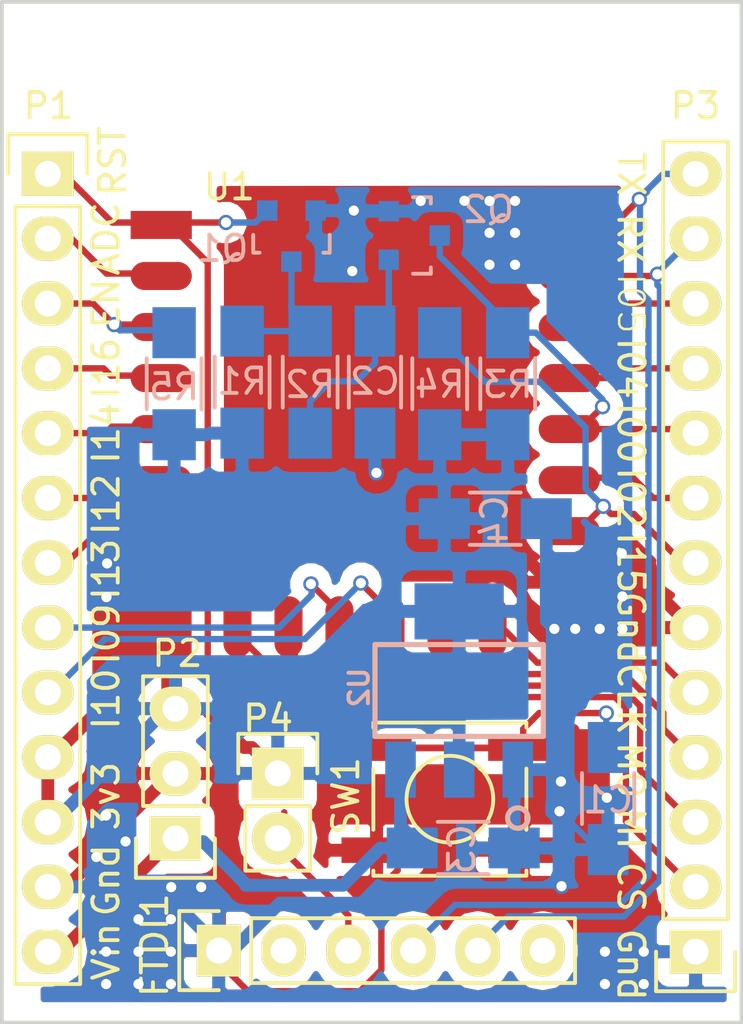
<source format=kicad_pcb>
(kicad_pcb (version 4) (host pcbnew 4.0.0-rc2-stable)

  (general
    (links 63)
    (no_connects 1)
    (area 117.504999 33.824999 146.655001 73.975001)
    (thickness 1.6)
    (drawings 36)
    (tracks 387)
    (zones 0)
    (modules 19)
    (nets 29)
  )

  (page A4)
  (layers
    (0 F.Cu signal hide)
    (31 B.Cu signal)
    (32 B.Adhes user)
    (33 F.Adhes user)
    (34 B.Paste user)
    (35 F.Paste user)
    (36 B.SilkS user)
    (37 F.SilkS user)
    (38 B.Mask user)
    (39 F.Mask user)
    (40 Dwgs.User user)
    (41 Cmts.User user)
    (42 Eco1.User user)
    (43 Eco2.User user hide)
    (44 Edge.Cuts user)
    (45 Margin user)
    (46 B.CrtYd user hide)
    (47 F.CrtYd user)
    (48 B.Fab user)
    (49 F.Fab user hide)
  )

  (setup
    (last_trace_width 0.25)
    (trace_clearance 0.2)
    (zone_clearance 0.508)
    (zone_45_only no)
    (trace_min 0.2)
    (segment_width 0.2)
    (edge_width 0.15)
    (via_size 0.6)
    (via_drill 0.4)
    (via_min_size 0.4)
    (via_min_drill 0.3)
    (uvia_size 0.3)
    (uvia_drill 0.1)
    (uvias_allowed no)
    (uvia_min_size 0.2)
    (uvia_min_drill 0.1)
    (pcb_text_width 0.3)
    (pcb_text_size 1.5 1.5)
    (mod_edge_width 0.15)
    (mod_text_size 1 1)
    (mod_text_width 0.15)
    (pad_size 2.2 3.5)
    (pad_drill 0)
    (pad_to_mask_clearance 0.2)
    (aux_axis_origin 0 0)
    (grid_origin 117.58 73.9)
    (visible_elements 7FFFFDFF)
    (pcbplotparams
      (layerselection 0x00030_80000001)
      (usegerberextensions false)
      (excludeedgelayer true)
      (linewidth 0.100000)
      (plotframeref false)
      (viasonmask false)
      (mode 1)
      (useauxorigin false)
      (hpglpennumber 1)
      (hpglpenspeed 20)
      (hpglpendiameter 15)
      (hpglpenoverlay 2)
      (psnegative false)
      (psa4output false)
      (plotreference true)
      (plotvalue true)
      (plotinvisibletext false)
      (padsonsilk false)
      (subtractmaskfromsilk false)
      (outputformat 1)
      (mirror false)
      (drillshape 1)
      (scaleselection 1)
      (outputdirectory ""))
  )

  (net 0 "")
  (net 1 GND)
  (net 2 "Net-(Q1-Pad3)")
  (net 3 "Net-(C2-Pad1)")
  (net 4 "Net-(FTDI1-Pad3)")
  (net 5 /TX)
  (net 6 /GPIO9)
  (net 7 /GPIO10)
  (net 8 /SCLK)
  (net 9 /MOSI)
  (net 10 /MISO)
  (net 11 /CS0)
  (net 12 /RX)
  (net 13 +3V3)
  (net 14 /CTS)
  (net 15 /DTR)
  (net 16 /Vin)
  (net 17 /RST)
  (net 18 /ADC)
  (net 19 /ENA)
  (net 20 /GPIO16)
  (net 21 /GPIO14)
  (net 22 /GPIO12)
  (net 23 /GPIO13)
  (net 24 /GPIO15)
  (net 25 /GPIO02)
  (net 26 /GPIO00)
  (net 27 /GPIO04)
  (net 28 /GPIO05)

  (net_class Default "This is the default net class."
    (clearance 0.2)
    (trace_width 0.25)
    (via_dia 0.6)
    (via_drill 0.4)
    (uvia_dia 0.3)
    (uvia_drill 0.1)
    (add_net /ADC)
    (add_net /CS0)
    (add_net /CTS)
    (add_net /DTR)
    (add_net /ENA)
    (add_net /GPIO00)
    (add_net /GPIO02)
    (add_net /GPIO04)
    (add_net /GPIO05)
    (add_net /GPIO10)
    (add_net /GPIO12)
    (add_net /GPIO13)
    (add_net /GPIO14)
    (add_net /GPIO15)
    (add_net /GPIO16)
    (add_net /GPIO9)
    (add_net /MISO)
    (add_net /MOSI)
    (add_net /RST)
    (add_net /RX)
    (add_net /SCLK)
    (add_net /TX)
    (add_net "Net-(C2-Pad1)")
    (add_net "Net-(FTDI1-Pad3)")
    (add_net "Net-(Q1-Pad3)")
  )

  (net_class Power ""
    (clearance 0.2)
    (trace_width 0.5)
    (via_dia 0.6)
    (via_drill 0.4)
    (uvia_dia 0.3)
    (uvia_drill 0.1)
    (add_net +3V3)
    (add_net /Vin)
    (add_net GND)
  )

  (module Pin_Headers:Pin_Header_Straight_1x13 (layer F.Cu) (tedit 0) (tstamp 56473D52)
    (at 144.78 71.12 180)
    (descr "Through hole pin header")
    (tags "pin header")
    (path /56473BAE)
    (fp_text reference P3 (at 0 33.147 180) (layer F.SilkS)
      (effects (font (size 1 1) (thickness 0.15)))
    )
    (fp_text value CONN_01X13 (at 0 -3.1 180) (layer F.Fab)
      (effects (font (size 1 1) (thickness 0.15)))
    )
    (fp_line (start -1.75 -1.75) (end -1.75 32.25) (layer F.CrtYd) (width 0.05))
    (fp_line (start 1.75 -1.75) (end 1.75 32.25) (layer F.CrtYd) (width 0.05))
    (fp_line (start -1.75 -1.75) (end 1.75 -1.75) (layer F.CrtYd) (width 0.05))
    (fp_line (start -1.75 32.25) (end 1.75 32.25) (layer F.CrtYd) (width 0.05))
    (fp_line (start -1.27 1.27) (end -1.27 31.75) (layer F.SilkS) (width 0.15))
    (fp_line (start -1.27 31.75) (end 1.27 31.75) (layer F.SilkS) (width 0.15))
    (fp_line (start 1.27 31.75) (end 1.27 1.27) (layer F.SilkS) (width 0.15))
    (fp_line (start 1.55 -1.55) (end 1.55 0) (layer F.SilkS) (width 0.15))
    (fp_line (start 1.27 1.27) (end -1.27 1.27) (layer F.SilkS) (width 0.15))
    (fp_line (start -1.55 0) (end -1.55 -1.55) (layer F.SilkS) (width 0.15))
    (fp_line (start -1.55 -1.55) (end 1.55 -1.55) (layer F.SilkS) (width 0.15))
    (pad 1 thru_hole rect (at 0 0 180) (size 2.032 1.7272) (drill 1.016) (layers *.Cu *.Mask F.SilkS)
      (net 1 GND))
    (pad 2 thru_hole oval (at 0 2.54 180) (size 2.032 1.7272) (drill 1.016) (layers *.Cu *.Mask F.SilkS)
      (net 11 /CS0))
    (pad 3 thru_hole oval (at 0 5.08 180) (size 2.032 1.7272) (drill 1.016) (layers *.Cu *.Mask F.SilkS)
      (net 10 /MISO))
    (pad 4 thru_hole oval (at 0 7.62 180) (size 2.032 1.7272) (drill 1.016) (layers *.Cu *.Mask F.SilkS)
      (net 9 /MOSI))
    (pad 5 thru_hole oval (at 0 10.16 180) (size 2.032 1.7272) (drill 1.016) (layers *.Cu *.Mask F.SilkS)
      (net 8 /SCLK))
    (pad 6 thru_hole oval (at 0 12.7 180) (size 2.032 1.7272) (drill 1.016) (layers *.Cu *.Mask F.SilkS)
      (net 1 GND))
    (pad 7 thru_hole oval (at 0 15.24 180) (size 2.032 1.7272) (drill 1.016) (layers *.Cu *.Mask F.SilkS)
      (net 24 /GPIO15))
    (pad 8 thru_hole oval (at 0 17.78 180) (size 2.032 1.7272) (drill 1.016) (layers *.Cu *.Mask F.SilkS)
      (net 25 /GPIO02))
    (pad 9 thru_hole oval (at 0 20.32 180) (size 2.032 1.7272) (drill 1.016) (layers *.Cu *.Mask F.SilkS)
      (net 26 /GPIO00))
    (pad 10 thru_hole oval (at 0 22.86 180) (size 2.032 1.7272) (drill 1.016) (layers *.Cu *.Mask F.SilkS)
      (net 27 /GPIO04))
    (pad 11 thru_hole oval (at 0 25.4 180) (size 2.032 1.7272) (drill 1.016) (layers *.Cu *.Mask F.SilkS)
      (net 28 /GPIO05))
    (pad 12 thru_hole oval (at 0 27.94 180) (size 2.032 1.7272) (drill 1.016) (layers *.Cu *.Mask F.SilkS)
      (net 12 /RX))
    (pad 13 thru_hole oval (at 0 30.48 180) (size 2.032 1.7272) (drill 1.016) (layers *.Cu *.Mask F.SilkS)
      (net 5 /TX))
    (model Pin_Headers.3dshapes/Pin_Header_Straight_1x13.wrl
      (at (xyz 0 -0.6 0))
      (scale (xyz 1 1 1))
      (rotate (xyz 0 0 90))
    )
  )

  (module SOT-23 (layer B.Cu) (tedit 553634F8) (tstamp 564606B6)
    (at 128.934 43.07824)
    (descr "SOT-23, Standard")
    (tags SOT-23)
    (path /5646071E)
    (attr smd)
    (fp_text reference Q1 (at -2.696 0.48276) (layer B.SilkS)
      (effects (font (size 1 1) (thickness 0.15)) (justify mirror))
    )
    (fp_text value BSS138 (at 0 -2.3) (layer B.Fab)
      (effects (font (size 1 1) (thickness 0.15)) (justify mirror))
    )
    (fp_line (start -1.65 1.6) (end 1.65 1.6) (layer B.CrtYd) (width 0.05))
    (fp_line (start 1.65 1.6) (end 1.65 -1.6) (layer B.CrtYd) (width 0.05))
    (fp_line (start 1.65 -1.6) (end -1.65 -1.6) (layer B.CrtYd) (width 0.05))
    (fp_line (start -1.65 -1.6) (end -1.65 1.6) (layer B.CrtYd) (width 0.05))
    (fp_line (start 1.29916 0.65024) (end 1.2509 0.65024) (layer B.SilkS) (width 0.15))
    (fp_line (start -1.49982 -0.0508) (end -1.49982 0.65024) (layer B.SilkS) (width 0.15))
    (fp_line (start -1.49982 0.65024) (end -1.2509 0.65024) (layer B.SilkS) (width 0.15))
    (fp_line (start 1.29916 0.65024) (end 1.49982 0.65024) (layer B.SilkS) (width 0.15))
    (fp_line (start 1.49982 0.65024) (end 1.49982 -0.0508) (layer B.SilkS) (width 0.15))
    (pad 1 smd rect (at -0.95 -1.00076) (size 0.8001 0.8001) (layers B.Cu B.Paste B.Mask)
      (net 17 /RST))
    (pad 2 smd rect (at 0.95 -1.00076) (size 0.8001 0.8001) (layers B.Cu B.Paste B.Mask)
      (net 1 GND))
    (pad 3 smd rect (at 0 0.99822) (size 0.8001 0.8001) (layers B.Cu B.Paste B.Mask)
      (net 2 "Net-(Q1-Pad3)"))
    (model Housings_SOT-23_SOT-143_TSOT-6.3dshapes/SOT-23.wrl
      (at (xyz 0 0 0))
      (scale (xyz 1 1 1))
      (rotate (xyz 0 0 0))
    )
  )

  (module SOT-23 (layer B.Cu) (tedit 553634F8) (tstamp 564606BD)
    (at 133.74878 43.053 90)
    (descr "SOT-23, Standard")
    (tags SOT-23)
    (path /5646075B)
    (attr smd)
    (fp_text reference Q2 (at 1.016 2.90322 180) (layer B.SilkS)
      (effects (font (size 1 1) (thickness 0.15)) (justify mirror))
    )
    (fp_text value BSS138 (at 0 -2.3 90) (layer B.Fab)
      (effects (font (size 1 1) (thickness 0.15)) (justify mirror))
    )
    (fp_line (start -1.65 1.6) (end 1.65 1.6) (layer B.CrtYd) (width 0.05))
    (fp_line (start 1.65 1.6) (end 1.65 -1.6) (layer B.CrtYd) (width 0.05))
    (fp_line (start 1.65 -1.6) (end -1.65 -1.6) (layer B.CrtYd) (width 0.05))
    (fp_line (start -1.65 -1.6) (end -1.65 1.6) (layer B.CrtYd) (width 0.05))
    (fp_line (start 1.29916 0.65024) (end 1.2509 0.65024) (layer B.SilkS) (width 0.15))
    (fp_line (start -1.49982 -0.0508) (end -1.49982 0.65024) (layer B.SilkS) (width 0.15))
    (fp_line (start -1.49982 0.65024) (end -1.2509 0.65024) (layer B.SilkS) (width 0.15))
    (fp_line (start 1.29916 0.65024) (end 1.49982 0.65024) (layer B.SilkS) (width 0.15))
    (fp_line (start 1.49982 0.65024) (end 1.49982 -0.0508) (layer B.SilkS) (width 0.15))
    (pad 1 smd rect (at -0.95 -1.00076 90) (size 0.8001 0.8001) (layers B.Cu B.Paste B.Mask)
      (net 3 "Net-(C2-Pad1)"))
    (pad 2 smd rect (at 0.95 -1.00076 90) (size 0.8001 0.8001) (layers B.Cu B.Paste B.Mask)
      (net 1 GND))
    (pad 3 smd rect (at 0 0.99822 90) (size 0.8001 0.8001) (layers B.Cu B.Paste B.Mask)
      (net 26 /GPIO00))
    (model Housings_SOT-23_SOT-143_TSOT-6.3dshapes/SOT-23.wrl
      (at (xyz 0 0 0))
      (scale (xyz 1 1 1))
      (rotate (xyz 0 0 0))
    )
  )

  (module Capacitors_SMD:C_1206_HandSoldering (layer B.Cu) (tedit 541A9C03) (tstamp 56460774)
    (at 141.351 65.119 270)
    (descr "Capacitor SMD 1206, hand soldering")
    (tags "capacitor 1206")
    (path /564604F7)
    (attr smd)
    (fp_text reference C1 (at 0.0574 0 360) (layer B.SilkS)
      (effects (font (size 1 1) (thickness 0.15)) (justify mirror))
    )
    (fp_text value "0.1 u" (at 0 -2.3 270) (layer B.Fab)
      (effects (font (size 1 1) (thickness 0.15)) (justify mirror))
    )
    (fp_line (start -3.3 1.15) (end 3.3 1.15) (layer B.CrtYd) (width 0.05))
    (fp_line (start -3.3 -1.15) (end 3.3 -1.15) (layer B.CrtYd) (width 0.05))
    (fp_line (start -3.3 1.15) (end -3.3 -1.15) (layer B.CrtYd) (width 0.05))
    (fp_line (start 3.3 1.15) (end 3.3 -1.15) (layer B.CrtYd) (width 0.05))
    (fp_line (start 1 1.025) (end -1 1.025) (layer B.SilkS) (width 0.15))
    (fp_line (start -1 -1.025) (end 1 -1.025) (layer B.SilkS) (width 0.15))
    (pad 1 smd rect (at -2 0 270) (size 2 1.6) (layers B.Cu B.Paste B.Mask)
      (net 17 /RST))
    (pad 2 smd rect (at 2 0 270) (size 2 1.6) (layers B.Cu B.Paste B.Mask)
      (net 1 GND))
    (model Capacitors_SMD.3dshapes/C_1206_HandSoldering.wrl
      (at (xyz 0 0 0))
      (scale (xyz 1 1 1))
      (rotate (xyz 0 0 0))
    )
  )

  (module Capacitors_SMD:C_1206_HandSoldering (layer B.Cu) (tedit 541A9C03) (tstamp 5646077A)
    (at 132.207 48.8 270)
    (descr "Capacitor SMD 1206, hand soldering")
    (tags "capacitor 1206")
    (path /56460B5E)
    (attr smd)
    (fp_text reference C2 (at -0.032 0 360) (layer B.SilkS)
      (effects (font (size 1 1) (thickness 0.15)) (justify mirror))
    )
    (fp_text value 2u2 (at 4.794 -0.254 270) (layer B.Fab)
      (effects (font (size 1 1) (thickness 0.15)) (justify mirror))
    )
    (fp_line (start -3.3 1.15) (end 3.3 1.15) (layer B.CrtYd) (width 0.05))
    (fp_line (start -3.3 -1.15) (end 3.3 -1.15) (layer B.CrtYd) (width 0.05))
    (fp_line (start -3.3 1.15) (end -3.3 -1.15) (layer B.CrtYd) (width 0.05))
    (fp_line (start 3.3 1.15) (end 3.3 -1.15) (layer B.CrtYd) (width 0.05))
    (fp_line (start 1 1.025) (end -1 1.025) (layer B.SilkS) (width 0.15))
    (fp_line (start -1 -1.025) (end 1 -1.025) (layer B.SilkS) (width 0.15))
    (pad 1 smd rect (at -2 0 270) (size 2 1.6) (layers B.Cu B.Paste B.Mask)
      (net 3 "Net-(C2-Pad1)"))
    (pad 2 smd rect (at 2 0 270) (size 2 1.6) (layers B.Cu B.Paste B.Mask)
      (net 1 GND))
    (model Capacitors_SMD.3dshapes/C_1206_HandSoldering.wrl
      (at (xyz 0 0 0))
      (scale (xyz 1 1 1))
      (rotate (xyz 0 0 0))
    )
  )

  (module Pin_Headers:Pin_Header_Straight_1x06 (layer F.Cu) (tedit 56509AFD) (tstamp 56460784)
    (at 126.084 71.079 90)
    (descr "Through hole pin header")
    (tags "pin header")
    (path /5645F6C6)
    (fp_text reference FTDI1 (at 0.213 -2.513 90) (layer F.SilkS)
      (effects (font (size 1 1) (thickness 0.15)))
    )
    (fp_text value CONN_01X06 (at 0 -3.1 90) (layer F.Fab)
      (effects (font (size 1 1) (thickness 0.15)))
    )
    (fp_line (start -1.75 -1.75) (end -1.75 14.45) (layer F.CrtYd) (width 0.05))
    (fp_line (start 1.75 -1.75) (end 1.75 14.45) (layer F.CrtYd) (width 0.05))
    (fp_line (start -1.75 -1.75) (end 1.75 -1.75) (layer F.CrtYd) (width 0.05))
    (fp_line (start -1.75 14.45) (end 1.75 14.45) (layer F.CrtYd) (width 0.05))
    (fp_line (start 1.27 1.27) (end 1.27 13.97) (layer F.SilkS) (width 0.15))
    (fp_line (start 1.27 13.97) (end -1.27 13.97) (layer F.SilkS) (width 0.15))
    (fp_line (start -1.27 13.97) (end -1.27 1.27) (layer F.SilkS) (width 0.15))
    (fp_line (start 1.55 -1.55) (end 1.55 0) (layer F.SilkS) (width 0.15))
    (fp_line (start 1.27 1.27) (end -1.27 1.27) (layer F.SilkS) (width 0.15))
    (fp_line (start -1.55 0) (end -1.55 -1.55) (layer F.SilkS) (width 0.15))
    (fp_line (start -1.55 -1.55) (end 1.55 -1.55) (layer F.SilkS) (width 0.15))
    (pad 1 thru_hole rect (at 0 0 90) (size 2.032 1.7272) (drill 1.016) (layers *.Cu *.Mask F.SilkS)
      (net 1 GND))
    (pad 2 thru_hole oval (at 0 2.54 90) (size 2.032 1.7272) (drill 1.016) (layers *.Cu *.Mask F.SilkS)
      (net 14 /CTS))
    (pad 3 thru_hole oval (at 0 5.08 90) (size 2.032 1.7272) (drill 1.016) (layers *.Cu *.Mask F.SilkS)
      (net 4 "Net-(FTDI1-Pad3)"))
    (pad 4 thru_hole oval (at 0 7.62 90) (size 2.032 1.7272) (drill 1.016) (layers *.Cu *.Mask F.SilkS)
      (net 5 /TX))
    (pad 5 thru_hole oval (at 0 10.16 90) (size 2.032 1.7272) (drill 1.016) (layers *.Cu *.Mask F.SilkS)
      (net 12 /RX))
    (pad 6 thru_hole oval (at 0 12.7 90) (size 2.032 1.7272) (drill 1.016) (layers *.Cu *.Mask F.SilkS)
      (net 15 /DTR))
    (model Pin_Headers.3dshapes/Pin_Header_Straight_1x06.wrl
      (at (xyz 0 -0.25 0))
      (scale (xyz 1 1 1))
      (rotate (xyz 0 0 90))
    )
  )

  (module Pin_Headers:Pin_Header_Straight_1x03 (layer F.Cu) (tedit 0) (tstamp 5646079B)
    (at 124.384 66.679 180)
    (descr "Through hole pin header")
    (tags "pin header")
    (path /5645F67F)
    (fp_text reference P2 (at -0.076 7.243 180) (layer F.SilkS)
      (effects (font (size 1 1) (thickness 0.15)))
    )
    (fp_text value CONN_01X03 (at 0 -3.1 180) (layer F.Fab)
      (effects (font (size 1 1) (thickness 0.15)))
    )
    (fp_line (start -1.75 -1.75) (end -1.75 6.85) (layer F.CrtYd) (width 0.05))
    (fp_line (start 1.75 -1.75) (end 1.75 6.85) (layer F.CrtYd) (width 0.05))
    (fp_line (start -1.75 -1.75) (end 1.75 -1.75) (layer F.CrtYd) (width 0.05))
    (fp_line (start -1.75 6.85) (end 1.75 6.85) (layer F.CrtYd) (width 0.05))
    (fp_line (start -1.27 1.27) (end -1.27 6.35) (layer F.SilkS) (width 0.15))
    (fp_line (start -1.27 6.35) (end 1.27 6.35) (layer F.SilkS) (width 0.15))
    (fp_line (start 1.27 6.35) (end 1.27 1.27) (layer F.SilkS) (width 0.15))
    (fp_line (start 1.55 -1.55) (end 1.55 0) (layer F.SilkS) (width 0.15))
    (fp_line (start 1.27 1.27) (end -1.27 1.27) (layer F.SilkS) (width 0.15))
    (fp_line (start -1.55 0) (end -1.55 -1.55) (layer F.SilkS) (width 0.15))
    (fp_line (start -1.55 -1.55) (end 1.55 -1.55) (layer F.SilkS) (width 0.15))
    (pad 1 thru_hole rect (at 0 0 180) (size 2.032 1.7272) (drill 1.016) (layers *.Cu *.Mask F.SilkS)
      (net 16 /Vin))
    (pad 2 thru_hole oval (at 0 2.54 180) (size 2.032 1.7272) (drill 1.016) (layers *.Cu *.Mask F.SilkS)
      (net 1 GND))
    (pad 3 thru_hole oval (at 0 5.08 180) (size 2.032 1.7272) (drill 1.016) (layers *.Cu *.Mask F.SilkS)
      (net 13 +3V3))
    (model Pin_Headers.3dshapes/Pin_Header_Straight_1x03.wrl
      (at (xyz 0 -0.1 0))
      (scale (xyz 1 1 1))
      (rotate (xyz 0 0 90))
    )
  )

  (module Resistors_SMD:R_1206_HandSoldering (layer B.Cu) (tedit 5418A20D) (tstamp 564607B1)
    (at 127 48.8 90)
    (descr "Resistor SMD 1206, hand soldering")
    (tags "resistor 1206")
    (path /56460C61)
    (attr smd)
    (fp_text reference R1 (at 0.032 0 180) (layer B.SilkS)
      (effects (font (size 1 1) (thickness 0.15)) (justify mirror))
    )
    (fp_text value 470K (at -5.429 0 90) (layer B.Fab)
      (effects (font (size 1 1) (thickness 0.15)) (justify mirror))
    )
    (fp_line (start -3.3 1.2) (end 3.3 1.2) (layer B.CrtYd) (width 0.05))
    (fp_line (start -3.3 -1.2) (end 3.3 -1.2) (layer B.CrtYd) (width 0.05))
    (fp_line (start -3.3 1.2) (end -3.3 -1.2) (layer B.CrtYd) (width 0.05))
    (fp_line (start 3.3 1.2) (end 3.3 -1.2) (layer B.CrtYd) (width 0.05))
    (fp_line (start 1 -1.075) (end -1 -1.075) (layer B.SilkS) (width 0.15))
    (fp_line (start -1 1.075) (end 1 1.075) (layer B.SilkS) (width 0.15))
    (pad 1 smd rect (at -2 0 90) (size 2 1.7) (layers B.Cu B.Paste B.Mask)
      (net 13 +3V3))
    (pad 2 smd rect (at 2 0 90) (size 2 1.7) (layers B.Cu B.Paste B.Mask)
      (net 2 "Net-(Q1-Pad3)"))
    (model Resistors_SMD.3dshapes/R_1206_HandSoldering.wrl
      (at (xyz 0 0 0))
      (scale (xyz 1 1 1))
      (rotate (xyz 0 0 0))
    )
  )

  (module Resistors_SMD:R_1206_HandSoldering (layer B.Cu) (tedit 5418A20D) (tstamp 564607B7)
    (at 129.667 48.8 90)
    (descr "Resistor SMD 1206, hand soldering")
    (tags "resistor 1206")
    (path /56460B19)
    (attr smd)
    (fp_text reference R2 (at -0.095 0 180) (layer B.SilkS)
      (effects (font (size 1 1) (thickness 0.15)) (justify mirror))
    )
    (fp_text value 100K (at -5.429 0.127 90) (layer B.Fab)
      (effects (font (size 1 1) (thickness 0.15)) (justify mirror))
    )
    (fp_line (start -3.3 1.2) (end 3.3 1.2) (layer B.CrtYd) (width 0.05))
    (fp_line (start -3.3 -1.2) (end 3.3 -1.2) (layer B.CrtYd) (width 0.05))
    (fp_line (start -3.3 1.2) (end -3.3 -1.2) (layer B.CrtYd) (width 0.05))
    (fp_line (start 3.3 1.2) (end 3.3 -1.2) (layer B.CrtYd) (width 0.05))
    (fp_line (start 1 -1.075) (end -1 -1.075) (layer B.SilkS) (width 0.15))
    (fp_line (start -1 1.075) (end 1 1.075) (layer B.SilkS) (width 0.15))
    (pad 1 smd rect (at -2 0 90) (size 2 1.7) (layers B.Cu B.Paste B.Mask)
      (net 3 "Net-(C2-Pad1)"))
    (pad 2 smd rect (at 2 0 90) (size 2 1.7) (layers B.Cu B.Paste B.Mask)
      (net 2 "Net-(Q1-Pad3)"))
    (model Resistors_SMD.3dshapes/R_1206_HandSoldering.wrl
      (at (xyz 0 0 0))
      (scale (xyz 1 1 1))
      (rotate (xyz 0 0 0))
    )
  )

  (module Resistors_SMD:R_1206_HandSoldering (layer B.Cu) (tedit 5418A20D) (tstamp 564607BD)
    (at 137.414 48.863 90)
    (descr "Resistor SMD 1206, hand soldering")
    (tags "resistor 1206")
    (path /564613A8)
    (attr smd)
    (fp_text reference R3 (at -0.032 0 180) (layer B.SilkS)
      (effects (font (size 1 1) (thickness 0.15)) (justify mirror))
    )
    (fp_text value 10K (at -4.985 0.127 90) (layer B.Fab)
      (effects (font (size 1 1) (thickness 0.15)) (justify mirror))
    )
    (fp_line (start -3.3 1.2) (end 3.3 1.2) (layer B.CrtYd) (width 0.05))
    (fp_line (start -3.3 -1.2) (end 3.3 -1.2) (layer B.CrtYd) (width 0.05))
    (fp_line (start -3.3 1.2) (end -3.3 -1.2) (layer B.CrtYd) (width 0.05))
    (fp_line (start 3.3 1.2) (end 3.3 -1.2) (layer B.CrtYd) (width 0.05))
    (fp_line (start 1 -1.075) (end -1 -1.075) (layer B.SilkS) (width 0.15))
    (fp_line (start -1 1.075) (end 1 1.075) (layer B.SilkS) (width 0.15))
    (pad 1 smd rect (at -2 0 90) (size 2 1.7) (layers B.Cu B.Paste B.Mask)
      (net 13 +3V3))
    (pad 2 smd rect (at 2 0 90) (size 2 1.7) (layers B.Cu B.Paste B.Mask)
      (net 26 /GPIO00))
    (model Resistors_SMD.3dshapes/R_1206_HandSoldering.wrl
      (at (xyz 0 0 0))
      (scale (xyz 1 1 1))
      (rotate (xyz 0 0 0))
    )
  )

  (module Resistors_SMD:R_1206_HandSoldering (layer B.Cu) (tedit 5418A20D) (tstamp 564607C3)
    (at 134.747 48.863 90)
    (descr "Resistor SMD 1206, hand soldering")
    (tags "resistor 1206")
    (path /564616C5)
    (attr smd)
    (fp_text reference R4 (at -0.032 0 180) (layer B.SilkS)
      (effects (font (size 1 1) (thickness 0.15)) (justify mirror))
    )
    (fp_text value 10K (at -4.731 0 90) (layer B.Fab)
      (effects (font (size 1 1) (thickness 0.15)) (justify mirror))
    )
    (fp_line (start -3.3 1.2) (end 3.3 1.2) (layer B.CrtYd) (width 0.05))
    (fp_line (start -3.3 -1.2) (end 3.3 -1.2) (layer B.CrtYd) (width 0.05))
    (fp_line (start -3.3 1.2) (end -3.3 -1.2) (layer B.CrtYd) (width 0.05))
    (fp_line (start 3.3 1.2) (end 3.3 -1.2) (layer B.CrtYd) (width 0.05))
    (fp_line (start 1 -1.075) (end -1 -1.075) (layer B.SilkS) (width 0.15))
    (fp_line (start -1 1.075) (end 1 1.075) (layer B.SilkS) (width 0.15))
    (pad 1 smd rect (at -2 0 90) (size 2 1.7) (layers B.Cu B.Paste B.Mask)
      (net 13 +3V3))
    (pad 2 smd rect (at 2 0 90) (size 2 1.7) (layers B.Cu B.Paste B.Mask)
      (net 24 /GPIO15))
    (model Resistors_SMD.3dshapes/R_1206_HandSoldering.wrl
      (at (xyz 0 0 0))
      (scale (xyz 1 1 1))
      (rotate (xyz 0 0 0))
    )
  )

  (module Resistors_SMD:R_1206_HandSoldering (layer B.Cu) (tedit 5418A20D) (tstamp 564607C9)
    (at 124.333 48.863 90)
    (descr "Resistor SMD 1206, hand soldering")
    (tags "resistor 1206")
    (path /56460548)
    (attr smd)
    (fp_text reference R5 (at -0.127 0 180) (layer B.SilkS)
      (effects (font (size 1 1) (thickness 0.15)) (justify mirror))
    )
    (fp_text value 10K (at -4.953 0 90) (layer B.Fab)
      (effects (font (size 1 1) (thickness 0.15)) (justify mirror))
    )
    (fp_line (start -3.3 1.2) (end 3.3 1.2) (layer B.CrtYd) (width 0.05))
    (fp_line (start -3.3 -1.2) (end 3.3 -1.2) (layer B.CrtYd) (width 0.05))
    (fp_line (start -3.3 1.2) (end -3.3 -1.2) (layer B.CrtYd) (width 0.05))
    (fp_line (start 3.3 1.2) (end 3.3 -1.2) (layer B.CrtYd) (width 0.05))
    (fp_line (start 1 -1.075) (end -1 -1.075) (layer B.SilkS) (width 0.15))
    (fp_line (start -1 1.075) (end 1 1.075) (layer B.SilkS) (width 0.15))
    (pad 1 smd rect (at -2 0 90) (size 2 1.7) (layers B.Cu B.Paste B.Mask)
      (net 13 +3V3))
    (pad 2 smd rect (at 2 0 90) (size 2 1.7) (layers B.Cu B.Paste B.Mask)
      (net 19 /ENA))
    (model Resistors_SMD.3dshapes/R_1206_HandSoldering.wrl
      (at (xyz 0 0 0))
      (scale (xyz 1 1 1))
      (rotate (xyz 0 0 0))
    )
  )

  (module ESP8266:ESP-12E (layer F.Cu) (tedit 559F8D21) (tstamp 564607EB)
    (at 123.827 42.641)
    (descr "Module, ESP-8266, ESP-12, 16 pad, SMD")
    (tags "Module ESP-8266 ESP8266")
    (path /5645F61B)
    (fp_text reference U1 (at 2.665 -1.493) (layer F.SilkS)
      (effects (font (size 1 1) (thickness 0.15)))
    )
    (fp_text value ESP-12E (at 8 1) (layer F.Fab)
      (effects (font (size 1 1) (thickness 0.15)))
    )
    (fp_line (start 16 -8.4) (end 0 -2.6) (layer F.CrtYd) (width 0.1524))
    (fp_line (start 0 -8.4) (end 16 -2.6) (layer F.CrtYd) (width 0.1524))
    (fp_text user "No Copper" (at 7.9 -5.4) (layer F.CrtYd)
      (effects (font (size 1 1) (thickness 0.15)))
    )
    (fp_line (start 0 -8.4) (end 0 -2.6) (layer F.CrtYd) (width 0.1524))
    (fp_line (start 0 -2.6) (end 16 -2.6) (layer F.CrtYd) (width 0.1524))
    (fp_line (start 16 -2.6) (end 16 -8.4) (layer F.CrtYd) (width 0.1524))
    (fp_line (start 16 -8.4) (end 0 -8.4) (layer F.CrtYd) (width 0.1524))
    (fp_line (start 16 -8.4) (end 16 15.6) (layer F.Fab) (width 0.1524))
    (fp_line (start 16 15.6) (end 0 15.6) (layer F.Fab) (width 0.1524))
    (fp_line (start 0 15.6) (end 0 -8.4) (layer F.Fab) (width 0.1524))
    (fp_line (start 0 -8.4) (end 16 -8.4) (layer F.Fab) (width 0.1524))
    (pad 9 smd oval (at 2.99 15.75 90) (size 2.4 1.1) (layers F.Cu F.Paste F.Mask)
      (net 11 /CS0))
    (pad 10 smd oval (at 4.99 15.75 90) (size 2.4 1.1) (layers F.Cu F.Paste F.Mask)
      (net 10 /MISO))
    (pad 11 smd oval (at 6.99 15.75 90) (size 2.4 1.1) (layers F.Cu F.Paste F.Mask)
      (net 6 /GPIO9))
    (pad 12 smd oval (at 8.99 15.75 90) (size 2.4 1.1) (layers F.Cu F.Paste F.Mask)
      (net 7 /GPIO10))
    (pad 13 smd oval (at 10.99 15.75 90) (size 2.4 1.1) (layers F.Cu F.Paste F.Mask)
      (net 9 /MOSI))
    (pad 14 smd oval (at 12.99 15.75 90) (size 2.4 1.1) (layers F.Cu F.Paste F.Mask)
      (net 8 /SCLK))
    (pad 1 smd rect (at 0 0) (size 2.4 1.1) (layers F.Cu F.Paste F.Mask)
      (net 17 /RST))
    (pad 2 smd oval (at 0 2) (size 2.4 1.1) (layers F.Cu F.Paste F.Mask)
      (net 18 /ADC))
    (pad 3 smd oval (at 0 4) (size 2.4 1.1) (layers F.Cu F.Paste F.Mask)
      (net 19 /ENA))
    (pad 4 smd oval (at 0 6) (size 2.4 1.1) (layers F.Cu F.Paste F.Mask)
      (net 20 /GPIO16))
    (pad 5 smd oval (at 0 8) (size 2.4 1.1) (layers F.Cu F.Paste F.Mask)
      (net 21 /GPIO14))
    (pad 6 smd oval (at 0 10) (size 2.4 1.1) (layers F.Cu F.Paste F.Mask)
      (net 22 /GPIO12))
    (pad 7 smd oval (at 0 12) (size 2.4 1.1) (layers F.Cu F.Paste F.Mask)
      (net 23 /GPIO13))
    (pad 8 smd oval (at 0 14) (size 2.4 1.1) (layers F.Cu F.Paste F.Mask)
      (net 13 +3V3))
    (pad 15 smd oval (at 16 14) (size 2.4 1.1) (layers F.Cu F.Paste F.Mask)
      (net 1 GND))
    (pad 16 smd oval (at 16 12) (size 2.4 1.1) (layers F.Cu F.Paste F.Mask)
      (net 24 /GPIO15))
    (pad 17 smd oval (at 16 10) (size 2.4 1.1) (layers F.Cu F.Paste F.Mask)
      (net 25 /GPIO02))
    (pad 18 smd oval (at 16 8) (size 2.4 1.1) (layers F.Cu F.Paste F.Mask)
      (net 26 /GPIO00))
    (pad 19 smd oval (at 16 6) (size 2.4 1.1) (layers F.Cu F.Paste F.Mask)
      (net 27 /GPIO04))
    (pad 20 smd oval (at 16 4) (size 2.4 1.1) (layers F.Cu F.Paste F.Mask)
      (net 28 /GPIO05))
    (pad 21 smd oval (at 16 2) (size 2.4 1.1) (layers F.Cu F.Paste F.Mask)
      (net 12 /RX))
    (pad 22 smd oval (at 16 0) (size 2.4 1.1) (layers F.Cu F.Paste F.Mask)
      (net 5 /TX))
  )

  (module Pin_Headers:Pin_Header_Straight_1x02 (layer F.Cu) (tedit 54EA090C) (tstamp 56463186)
    (at 128.397 64.135)
    (descr "Through hole pin header")
    (tags "pin header")
    (path /56463295)
    (fp_text reference P4 (at -0.381 -2.159) (layer F.SilkS)
      (effects (font (size 1 1) (thickness 0.15)))
    )
    (fp_text value CONN_01X02 (at 0 -3.1) (layer F.Fab)
      (effects (font (size 1 1) (thickness 0.15)))
    )
    (fp_line (start 1.27 1.27) (end 1.27 3.81) (layer F.SilkS) (width 0.15))
    (fp_line (start 1.55 -1.55) (end 1.55 0) (layer F.SilkS) (width 0.15))
    (fp_line (start -1.75 -1.75) (end -1.75 4.3) (layer F.CrtYd) (width 0.05))
    (fp_line (start 1.75 -1.75) (end 1.75 4.3) (layer F.CrtYd) (width 0.05))
    (fp_line (start -1.75 -1.75) (end 1.75 -1.75) (layer F.CrtYd) (width 0.05))
    (fp_line (start -1.75 4.3) (end 1.75 4.3) (layer F.CrtYd) (width 0.05))
    (fp_line (start 1.27 1.27) (end -1.27 1.27) (layer F.SilkS) (width 0.15))
    (fp_line (start -1.55 0) (end -1.55 -1.55) (layer F.SilkS) (width 0.15))
    (fp_line (start -1.55 -1.55) (end 1.55 -1.55) (layer F.SilkS) (width 0.15))
    (fp_line (start -1.27 1.27) (end -1.27 3.81) (layer F.SilkS) (width 0.15))
    (fp_line (start -1.27 3.81) (end 1.27 3.81) (layer F.SilkS) (width 0.15))
    (pad 1 thru_hole rect (at 0 0) (size 2.032 2.032) (drill 1.016) (layers *.Cu *.Mask F.SilkS)
      (net 13 +3V3))
    (pad 2 thru_hole oval (at 0 2.54) (size 2.032 2.032) (drill 1.016) (layers *.Cu *.Mask F.SilkS)
      (net 4 "Net-(FTDI1-Pad3)"))
    (model Pin_Headers.3dshapes/Pin_Header_Straight_1x02.wrl
      (at (xyz 0 -0.05 0))
      (scale (xyz 1 1 1))
      (rotate (xyz 0 0 90))
    )
  )

  (module Capacitors_SMD:C_1206_HandSoldering (layer B.Cu) (tedit 541A9C03) (tstamp 56473D3B)
    (at 135.668 67.056)
    (descr "Capacitor SMD 1206, hand soldering")
    (tags "capacitor 1206")
    (path /56473689)
    (attr smd)
    (fp_text reference C3 (at -0.0574 0.0508 90) (layer B.SilkS)
      (effects (font (size 1 1) (thickness 0.15)) (justify mirror))
    )
    (fp_text value 10u (at 0 -2.3) (layer B.Fab)
      (effects (font (size 1 1) (thickness 0.15)) (justify mirror))
    )
    (fp_line (start -3.3 1.15) (end 3.3 1.15) (layer B.CrtYd) (width 0.05))
    (fp_line (start -3.3 -1.15) (end 3.3 -1.15) (layer B.CrtYd) (width 0.05))
    (fp_line (start -3.3 1.15) (end -3.3 -1.15) (layer B.CrtYd) (width 0.05))
    (fp_line (start 3.3 1.15) (end 3.3 -1.15) (layer B.CrtYd) (width 0.05))
    (fp_line (start 1 1.025) (end -1 1.025) (layer B.SilkS) (width 0.15))
    (fp_line (start -1 -1.025) (end 1 -1.025) (layer B.SilkS) (width 0.15))
    (pad 1 smd rect (at -2 0) (size 2 1.6) (layers B.Cu B.Paste B.Mask)
      (net 16 /Vin))
    (pad 2 smd rect (at 2 0) (size 2 1.6) (layers B.Cu B.Paste B.Mask)
      (net 1 GND))
    (model Capacitors_SMD.3dshapes/C_1206_HandSoldering.wrl
      (at (xyz 0 0 0))
      (scale (xyz 1 1 1))
      (rotate (xyz 0 0 0))
    )
  )

  (module Capacitors_SMD:C_1206_HandSoldering (layer B.Cu) (tedit 541A9C03) (tstamp 56473D41)
    (at 136.924 54.152)
    (descr "Capacitor SMD 1206, hand soldering")
    (tags "capacitor 1206")
    (path /564736F0)
    (attr smd)
    (fp_text reference C4 (at -0.032 0.0635 90) (layer B.SilkS)
      (effects (font (size 1 1) (thickness 0.15)) (justify mirror))
    )
    (fp_text value 10u (at 0 -2.3) (layer B.Fab)
      (effects (font (size 1 1) (thickness 0.15)) (justify mirror))
    )
    (fp_line (start -3.3 1.15) (end 3.3 1.15) (layer B.CrtYd) (width 0.05))
    (fp_line (start -3.3 -1.15) (end 3.3 -1.15) (layer B.CrtYd) (width 0.05))
    (fp_line (start -3.3 1.15) (end -3.3 -1.15) (layer B.CrtYd) (width 0.05))
    (fp_line (start 3.3 1.15) (end 3.3 -1.15) (layer B.CrtYd) (width 0.05))
    (fp_line (start 1 1.025) (end -1 1.025) (layer B.SilkS) (width 0.15))
    (fp_line (start -1 -1.025) (end 1 -1.025) (layer B.SilkS) (width 0.15))
    (pad 1 smd rect (at -2 0) (size 2 1.6) (layers B.Cu B.Paste B.Mask)
      (net 13 +3V3))
    (pad 2 smd rect (at 2 0) (size 2 1.6) (layers B.Cu B.Paste B.Mask)
      (net 1 GND))
    (model Capacitors_SMD.3dshapes/C_1206_HandSoldering.wrl
      (at (xyz 0 0 0))
      (scale (xyz 1 1 1))
      (rotate (xyz 0 0 0))
    )
  )

  (module sot:SOT223 (layer B.Cu) (tedit 5648E670) (tstamp 56473D69)
    (at 135.509 60.885 90)
    (path /56473612)
    (solder_paste_margin -0.0762)
    (attr smd)
    (fp_text reference U2 (at 0.1155 -3.9243 270) (layer B.SilkS)
      (effects (font (size 0.762 0.762) (thickness 0.1524)) (justify mirror))
    )
    (fp_text value AP1117 (at 0.165 -0.105 180) (layer B.SilkS) hide
      (effects (font (size 0.762 0.762) (thickness 0.1524)) (justify mirror))
    )
    (fp_circle (center -5 2.3) (end -4.6 2.3) (layer B.SilkS) (width 0.2032))
    (fp_line (start -1.8 3.3) (end 1.8 3.3) (layer B.SilkS) (width 0.2032))
    (fp_line (start 1.8 3.3) (end 1.8 -3.3) (layer B.SilkS) (width 0.2032))
    (fp_line (start 1.8 -3.3) (end -1.8 -3.3) (layer B.SilkS) (width 0.2032))
    (fp_line (start -1.8 -3.3) (end -1.8 3.3) (layer B.SilkS) (width 0.2032))
    (pad 1 smd rect (at -3.1 2.3 90) (size 2.2 1.2) (layers B.Cu B.Paste B.Mask)
      (net 1 GND))
    (pad 2 smd rect (at -3.1 0 90) (size 2.2 1.2) (layers B.Cu B.Paste B.Mask)
      (net 13 +3V3))
    (pad 3 smd rect (at -3.1 -2.3 90) (size 2.2 1.2) (layers B.Cu B.Paste B.Mask)
      (net 16 /Vin))
    (pad 0 smd rect (at 3.1 0 90) (size 2.2 3.5) (layers B.Cu B.Paste B.Mask)
      (net 13 +3V3))
  )

  (module Pin_Headers:Pin_Header_Straight_1x13 (layer F.Cu) (tedit 0) (tstamp 56473D42)
    (at 119.38 40.64)
    (descr "Through hole pin header")
    (tags "pin header")
    (path /56473CDA)
    (fp_text reference P1 (at 0.0254 -2.667) (layer F.SilkS)
      (effects (font (size 1 1) (thickness 0.15)))
    )
    (fp_text value CONN_01X13 (at 0 -3.1) (layer F.Fab)
      (effects (font (size 1 1) (thickness 0.15)))
    )
    (fp_line (start -1.75 -1.75) (end -1.75 32.25) (layer F.CrtYd) (width 0.05))
    (fp_line (start 1.75 -1.75) (end 1.75 32.25) (layer F.CrtYd) (width 0.05))
    (fp_line (start -1.75 -1.75) (end 1.75 -1.75) (layer F.CrtYd) (width 0.05))
    (fp_line (start -1.75 32.25) (end 1.75 32.25) (layer F.CrtYd) (width 0.05))
    (fp_line (start -1.27 1.27) (end -1.27 31.75) (layer F.SilkS) (width 0.15))
    (fp_line (start -1.27 31.75) (end 1.27 31.75) (layer F.SilkS) (width 0.15))
    (fp_line (start 1.27 31.75) (end 1.27 1.27) (layer F.SilkS) (width 0.15))
    (fp_line (start 1.55 -1.55) (end 1.55 0) (layer F.SilkS) (width 0.15))
    (fp_line (start 1.27 1.27) (end -1.27 1.27) (layer F.SilkS) (width 0.15))
    (fp_line (start -1.55 0) (end -1.55 -1.55) (layer F.SilkS) (width 0.15))
    (fp_line (start -1.55 -1.55) (end 1.55 -1.55) (layer F.SilkS) (width 0.15))
    (pad 1 thru_hole rect (at 0 0) (size 2.032 1.7272) (drill 1.016) (layers *.Cu *.Mask F.SilkS)
      (net 17 /RST))
    (pad 2 thru_hole oval (at 0 2.54) (size 2.032 1.7272) (drill 1.016) (layers *.Cu *.Mask F.SilkS)
      (net 18 /ADC))
    (pad 3 thru_hole oval (at 0 5.08) (size 2.032 1.7272) (drill 1.016) (layers *.Cu *.Mask F.SilkS)
      (net 19 /ENA))
    (pad 4 thru_hole oval (at 0 7.62) (size 2.032 1.7272) (drill 1.016) (layers *.Cu *.Mask F.SilkS)
      (net 20 /GPIO16))
    (pad 5 thru_hole oval (at 0 10.16) (size 2.032 1.7272) (drill 1.016) (layers *.Cu *.Mask F.SilkS)
      (net 21 /GPIO14))
    (pad 6 thru_hole oval (at 0 12.7) (size 2.032 1.7272) (drill 1.016) (layers *.Cu *.Mask F.SilkS)
      (net 22 /GPIO12))
    (pad 7 thru_hole oval (at 0 15.24) (size 2.032 1.7272) (drill 1.016) (layers *.Cu *.Mask F.SilkS)
      (net 23 /GPIO13))
    (pad 8 thru_hole oval (at 0 17.78) (size 2.032 1.7272) (drill 1.016) (layers *.Cu *.Mask F.SilkS)
      (net 6 /GPIO9))
    (pad 9 thru_hole oval (at 0 20.32) (size 2.032 1.7272) (drill 1.016) (layers *.Cu *.Mask F.SilkS)
      (net 7 /GPIO10))
    (pad 10 thru_hole oval (at 0 22.86) (size 2.032 1.7272) (drill 1.016) (layers *.Cu *.Mask F.SilkS)
      (net 13 +3V3))
    (pad 11 thru_hole oval (at 0 25.4) (size 2.032 1.7272) (drill 1.016) (layers *.Cu *.Mask F.SilkS)
      (net 13 +3V3))
    (pad 12 thru_hole oval (at 0 27.94) (size 2.032 1.7272) (drill 1.016) (layers *.Cu *.Mask F.SilkS)
      (net 1 GND))
    (pad 13 thru_hole oval (at 0 30.48) (size 2.032 1.7272) (drill 1.016) (layers *.Cu *.Mask F.SilkS)
      (net 16 /Vin))
    (model Pin_Headers.3dshapes/Pin_Header_Straight_1x13.wrl
      (at (xyz 0 -0.6 0))
      (scale (xyz 1 1 1))
      (rotate (xyz 0 0 90))
    )
  )

  (module Buttons_Switches_SMD:SW_SPST_EVPBF (layer F.Cu) (tedit 55DAF9A7) (tstamp 564761C8)
    (at 135.1455 65.1444 180)
    (descr "Light Touch Switch")
    (path /5645F6F7)
    (attr smd)
    (fp_text reference SW1 (at 4.0815 0.1204 270) (layer F.SilkS)
      (effects (font (size 1 1) (thickness 0.15)))
    )
    (fp_text value SW_PUSH (at 0 0 180) (layer F.Fab)
      (effects (font (size 1 1) (thickness 0.15)))
    )
    (fp_line (start -4.5 -3.25) (end 4.5 -3.25) (layer F.CrtYd) (width 0.05))
    (fp_line (start 4.5 -3.25) (end 4.5 3.25) (layer F.CrtYd) (width 0.05))
    (fp_line (start 4.5 3.25) (end -4.5 3.25) (layer F.CrtYd) (width 0.05))
    (fp_line (start -4.5 3.25) (end -4.5 -3.25) (layer F.CrtYd) (width 0.05))
    (fp_line (start 3 -3) (end 3 -2.8) (layer F.SilkS) (width 0.15))
    (fp_line (start 3 3) (end 3 2.8) (layer F.SilkS) (width 0.15))
    (fp_line (start -3 3) (end -3 2.8) (layer F.SilkS) (width 0.15))
    (fp_line (start -3 -3) (end -3 -2.8) (layer F.SilkS) (width 0.15))
    (fp_line (start -3 -1.2) (end -3 1.2) (layer F.SilkS) (width 0.15))
    (fp_line (start 3 -1.2) (end 3 1.2) (layer F.SilkS) (width 0.15))
    (fp_line (start 3 -3) (end -3 -3) (layer F.SilkS) (width 0.15))
    (fp_line (start -3 3) (end 3 3) (layer F.SilkS) (width 0.15))
    (fp_circle (center 0 0) (end 1.7 0) (layer F.SilkS) (width 0.15))
    (pad 1 smd rect (at 2.875 -2 180) (size 2.75 1) (layers F.Cu F.Paste F.Mask)
      (net 1 GND))
    (pad 1 smd rect (at -2.875 -2 180) (size 2.75 1) (layers F.Cu F.Paste F.Mask)
      (net 1 GND))
    (pad 2 smd rect (at -2.875 2 180) (size 2.75 1) (layers F.Cu F.Paste F.Mask)
      (net 17 /RST))
    (pad 2 smd rect (at 2.875 2 180) (size 2.75 1) (layers F.Cu F.Paste F.Mask)
      (net 17 /RST))
  )

  (gr_line (start 117.58 33.9) (end 117.58 73.9) (layer Edge.Cuts) (width 0.15))
  (gr_line (start 146.58 33.9) (end 117.58 33.9) (layer Edge.Cuts) (width 0.15))
  (gr_line (start 146.58 73.9) (end 146.58 33.9) (layer Edge.Cuts) (width 0.15))
  (gr_line (start 117.58 73.9) (end 146.58 73.9) (layer Edge.Cuts) (width 0.15))
  (gr_text Gnd (at 142.24 71.628 270) (layer F.SilkS)
    (effects (font (size 1 1) (thickness 0.15)))
  )
  (gr_text CS (at 142.24 68.58 270) (layer F.SilkS)
    (effects (font (size 1 1) (thickness 0.15)))
  )
  (gr_text MI (at 142.24 66.294 270) (layer F.SilkS)
    (effects (font (size 1 1) (thickness 0.15)))
  )
  (gr_text MO (at 142.24 64.008 270) (layer F.SilkS)
    (effects (font (size 1 1) (thickness 0.15)))
  )
  (gr_text CLK (at 142.24 61.214 270) (layer F.SilkS)
    (effects (font (size 1 1) (thickness 0.15)))
  )
  (gr_text Gnd (at 142.24 58.42 270) (layer F.SilkS)
    (effects (font (size 1 1) (thickness 0.15)))
  )
  (gr_text I15 (at 142.24 55.88 270) (layer F.SilkS)
    (effects (font (size 1 1) (thickness 0.15)))
  )
  (gr_text I02 (at 142.24 53.34 270) (layer F.SilkS)
    (effects (font (size 1 1) (thickness 0.15)))
  )
  (gr_text I00 (at 142.24 50.8 270) (layer F.SilkS)
    (effects (font (size 1 1) (thickness 0.15)))
  )
  (gr_text I04 (at 142.24 48.26 270) (layer F.SilkS)
    (effects (font (size 1 1) (thickness 0.15)))
  )
  (gr_text I05 (at 142.24 45.72 270) (layer F.SilkS)
    (effects (font (size 1 1) (thickness 0.1)))
  )
  (gr_text RX (at 142.24 43.18 270) (layer F.SilkS)
    (effects (font (size 1 1) (thickness 0.15)))
  )
  (gr_text TX (at 142.24 40.64 270) (layer F.SilkS)
    (effects (font (size 1 1) (thickness 0.15)))
  )
  (gr_text I13 (at 121.666 56.134 90) (layer F.SilkS)
    (effects (font (size 1 1) (thickness 0.15)))
  )
  (gr_text I12 (at 121.666 53.594 90) (layer F.SilkS)
    (effects (font (size 1 1) (thickness 0.15)))
  )
  (gr_text I14 (at 121.666 50.8 90) (layer F.SilkS)
    (effects (font (size 1 1) (thickness 0.15)))
  )
  (gr_text I16 (at 121.666 48.26 90) (layer F.SilkS)
    (effects (font (size 1 1) (thickness 0.15)))
  )
  (gr_text EN (at 121.666 45.72 90) (layer F.SilkS)
    (effects (font (size 1 1) (thickness 0.15)))
  )
  (gr_text ADC (at 121.666 43.18 90) (layer F.SilkS)
    (effects (font (size 1 1) (thickness 0.15)))
  )
  (gr_text RST (at 121.92 40.132 90) (layer F.SilkS)
    (effects (font (size 1 1) (thickness 0.15)))
  )
  (gr_text I09 (at 121.666 58.674 90) (layer F.SilkS)
    (effects (font (size 1 1) (thickness 0.15)))
  )
  (gr_text I10 (at 121.666 61.214 90) (layer F.SilkS)
    (effects (font (size 1 1) (thickness 0.15)))
  )
  (gr_text 3v3 (at 121.666 65.024 90) (layer F.SilkS)
    (effects (font (size 1 1) (thickness 0.15)))
  )
  (gr_text Gnd (at 121.666 68.326 90) (layer F.SilkS)
    (effects (font (size 1 1) (thickness 0.15)))
  )
  (gr_text Vin (at 121.666 71.12 90) (layer F.SilkS)
    (effects (font (size 1 1) (thickness 0.15)))
  )
  (dimension 25.4 (width 0.3) (layer Eco2.User)
    (gr_text "25,400 mm" (at 132.13 29.18) (layer Eco2.User)
      (effects (font (size 1.5 1.5) (thickness 0.3)))
    )
    (feature1 (pts (xy 144.83 40.69) (xy 144.83 27.83)))
    (feature2 (pts (xy 119.43 40.69) (xy 119.43 27.83)))
    (crossbar (pts (xy 119.43 30.53) (xy 144.83 30.53)))
    (arrow1a (pts (xy 144.83 30.53) (xy 143.703496 31.116421)))
    (arrow1b (pts (xy 144.83 30.53) (xy 143.703496 29.943579)))
    (arrow2a (pts (xy 119.43 30.53) (xy 120.556504 31.116421)))
    (arrow2b (pts (xy 119.43 30.53) (xy 120.556504 29.943579)))
  )
  (dimension 40 (width 0.3) (layer Eco2.User)
    (gr_text "40,000 mm" (at 155.98 53.87 270) (layer Eco2.User)
      (effects (font (size 1.5 1.5) (thickness 0.3)))
    )
    (feature1 (pts (xy 146.63 73.87) (xy 157.33 73.87)))
    (feature2 (pts (xy 146.63 33.87) (xy 157.33 33.87)))
    (crossbar (pts (xy 154.63 33.87) (xy 154.63 73.87)))
    (arrow1a (pts (xy 154.63 73.87) (xy 154.043579 72.743496)))
    (arrow1b (pts (xy 154.63 73.87) (xy 155.216421 72.743496)))
    (arrow2a (pts (xy 154.63 33.87) (xy 154.043579 34.996504)))
    (arrow2b (pts (xy 154.63 33.87) (xy 155.216421 34.996504)))
  )
  (dimension 29 (width 0.3) (layer Eco2.User)
    (gr_text "29,000 mm" (at 132.13 24.52) (layer Eco2.User)
      (effects (font (size 1.5 1.5) (thickness 0.3)))
    )
    (feature1 (pts (xy 146.63 33.87) (xy 146.63 23.17)))
    (feature2 (pts (xy 117.63 33.87) (xy 117.63 23.17)))
    (crossbar (pts (xy 117.63 25.87) (xy 146.63 25.87)))
    (arrow1a (pts (xy 146.63 25.87) (xy 145.503496 26.456421)))
    (arrow1b (pts (xy 146.63 25.87) (xy 145.503496 25.283579)))
    (arrow2a (pts (xy 117.63 25.87) (xy 118.756504 26.456421)))
    (arrow2b (pts (xy 117.63 25.87) (xy 118.756504 25.283579)))
  )
  (gr_line (start 146.63 73.87) (end 117.63 73.87) (layer Eco2.User) (width 0.2))
  (gr_line (start 146.63 33.87) (end 146.63 73.87) (layer Eco2.User) (width 0.2))
  (gr_line (start 117.63 33.87) (end 146.63 33.87) (layer Eco2.User) (width 0.2))
  (gr_line (start 117.63 73.87) (end 117.63 33.87) (layer Eco2.User) (width 0.2))

  (segment (start 141.909 57.2) (end 141.909 55.536591) (width 0.5) (layer B.Cu) (net 1))
  (via (at 141.883558 55.511149) (size 0.6) (drill 0.4) (layers F.Cu B.Cu) (net 1))
  (segment (start 141.909 55.536591) (end 141.883558 55.511149) (width 0.5) (layer B.Cu) (net 1))
  (via (at 137.7 44.2) (size 0.6) (drill 0.4) (layers F.Cu B.Cu) (net 1) (tstamp 5648E800))
  (via (at 137.7 42.95) (size 0.6) (drill 0.4) (layers F.Cu B.Cu) (net 1) (tstamp 5648E7FF))
  (via (at 136.7 44.2) (size 0.6) (drill 0.4) (layers F.Cu B.Cu) (net 1) (tstamp 5648E7FE))
  (via (at 136.7 42.95) (size 0.6) (drill 0.4) (layers F.Cu B.Cu) (net 1) (tstamp 5648E7FD))
  (segment (start 137.645972 43.554189) (end 137.645972 43.978453) (width 0.5) (layer F.Cu) (net 1))
  (segment (start 137.7 43.924425) (end 137.645972 43.978453) (width 0.5) (layer B.Cu) (net 1))
  (segment (start 137.687727 42.781383) (end 137.645972 42.823138) (width 0.5) (layer F.Cu) (net 1))
  (segment (start 137.7 42.76911) (end 137.7 43.924425) (width 0.5) (layer B.Cu) (net 1))
  (segment (start 137.631707 43.964188) (end 137.645972 43.978453) (width 0.5) (layer B.Cu) (net 1))
  (segment (start 137.645972 44.402717) (end 137.645972 43.978453) (width 0.5) (layer F.Cu) (net 1))
  (segment (start 136.761565 43.964188) (end 137.631707 43.964188) (width 0.5) (layer B.Cu) (net 1))
  (segment (start 137.706706 44.463451) (end 137.645972 44.402717) (width 0.5) (layer F.Cu) (net 1))
  (segment (start 137.802883 44.463451) (end 137.706706 44.463451) (width 0.5) (layer F.Cu) (net 1))
  (segment (start 137.645972 42.823138) (end 137.645972 43.554189) (width 0.5) (layer F.Cu) (net 1))
  (segment (start 136.747298 43.949921) (end 136.761565 43.964188) (width 0.5) (layer F.Cu) (net 1))
  (segment (start 136.747298 42.80875) (end 136.747298 43.949921) (width 0.5) (layer F.Cu) (net 1))
  (segment (start 137.7 41.7) (end 137.7 42.76911) (width 0.5) (layer B.Cu) (net 1))
  (segment (start 136.7 41.7) (end 137.7 41.7) (width 0.5) (layer F.Cu) (net 1))
  (via (at 137.7 41.7) (size 0.6) (drill 0.4) (layers F.Cu B.Cu) (net 1))
  (segment (start 135.715785 41.693412) (end 136.693412 41.693412) (width 0.5) (layer B.Cu) (net 1))
  (segment (start 136.693412 41.693412) (end 136.7 41.7) (width 0.5) (layer B.Cu) (net 1))
  (via (at 136.7 41.7) (size 0.6) (drill 0.4) (layers F.Cu B.Cu) (net 1))
  (segment (start 137.7 42.76911) (end 137.687727 42.781383) (width 0.5) (layer B.Cu) (net 1))
  (segment (start 135.709197 41.7) (end 135.715785 41.693412) (width 0.5) (layer F.Cu) (net 1))
  (segment (start 134 41.7) (end 135.709197 41.7) (width 0.5) (layer F.Cu) (net 1))
  (segment (start 135.722373 41.7) (end 135.715785 41.693412) (width 0.5) (layer B.Cu) (net 1))
  (segment (start 136.7 41.7) (end 135.722373 41.7) (width 0.5) (layer B.Cu) (net 1))
  (via (at 135.715785 41.693412) (size 0.6) (drill 0.4) (layers F.Cu B.Cu) (net 1))
  (segment (start 131.377891 42.07748) (end 131.377891 44.390109) (width 0.5) (layer B.Cu) (net 1))
  (segment (start 131.377891 44.390109) (end 131.318 44.45) (width 0.5) (layer B.Cu) (net 1))
  (via (at 131.318 44.45) (size 0.6) (drill 0.4) (layers F.Cu B.Cu) (net 1))
  (segment (start 138.924 54.152) (end 138.924 58.152) (width 0.5) (layer B.Cu) (net 1))
  (segment (start 138.924 58.152) (end 139.242 58.47) (width 0.5) (layer B.Cu) (net 1))
  (segment (start 121.282675 67.835107) (end 121.282675 67.410843) (width 0.5) (layer B.Cu) (net 1))
  (segment (start 121.891518 66.802) (end 121.582674 67.110844) (width 0.5) (layer B.Cu) (net 1))
  (segment (start 122.428 66.802) (end 121.891518 66.802) (width 0.5) (layer B.Cu) (net 1))
  (segment (start 121.282675 68.193325) (end 121.282675 67.835107) (width 0.5) (layer B.Cu) (net 1))
  (segment (start 121.582674 66.787926) (end 121.582674 67.110844) (width 0.5) (layer F.Cu) (net 1))
  (segment (start 124.2316 64.139) (end 121.582674 66.787926) (width 0.5) (layer F.Cu) (net 1))
  (segment (start 120.896 68.58) (end 121.282675 68.193325) (width 0.5) (layer B.Cu) (net 1))
  (segment (start 120.982676 67.710842) (end 121.282675 67.410843) (width 0.5) (layer F.Cu) (net 1))
  (segment (start 121.582674 67.110844) (end 121.282675 67.410843) (width 0.5) (layer B.Cu) (net 1))
  (segment (start 120.113518 68.58) (end 120.982676 67.710842) (width 0.5) (layer F.Cu) (net 1))
  (segment (start 119.7906 68.58) (end 120.113518 68.58) (width 0.5) (layer F.Cu) (net 1))
  (segment (start 121.582674 67.110844) (end 121.282675 67.410843) (width 0.5) (layer F.Cu) (net 1))
  (segment (start 119.38 68.58) (end 120.896 68.58) (width 0.5) (layer B.Cu) (net 1))
  (via (at 121.282675 67.410843) (size 0.6) (drill 0.4) (layers F.Cu B.Cu) (net 1))
  (segment (start 137.668 67.056) (end 137.668 64.126) (width 0.5) (layer B.Cu) (net 1))
  (segment (start 137.668 64.126) (end 137.809 63.985) (width 0.5) (layer B.Cu) (net 1))
  (segment (start 141.224 72.39) (end 142.748 72.39) (width 0.5) (layer B.Cu) (net 1))
  (via (at 142.748 72.39) (size 0.6) (drill 0.4) (layers F.Cu B.Cu) (net 1))
  (segment (start 141.224 71.12) (end 141.224 72.39) (width 0.5) (layer F.Cu) (net 1))
  (via (at 141.224 72.39) (size 0.6) (drill 0.4) (layers F.Cu B.Cu) (net 1))
  (segment (start 142.748 71.12) (end 141.224 71.12) (width 0.5) (layer B.Cu) (net 1))
  (via (at 141.224 71.12) (size 0.6) (drill 0.4) (layers F.Cu B.Cu) (net 1))
  (segment (start 144.78 71.12) (end 142.748 71.12) (width 0.5) (layer B.Cu) (net 1))
  (via (at 142.748 71.12) (size 0.6) (drill 0.4) (layers F.Cu B.Cu) (net 1))
  (segment (start 122.428 66.802) (end 122.428 66.548) (width 0.5) (layer F.Cu) (net 1))
  (segment (start 122.428 66.548) (end 121.666 65.786) (width 0.5) (layer F.Cu) (net 1))
  (via (at 121.666 65.786) (size 0.6) (drill 0.4) (layers F.Cu B.Cu) (net 1))
  (via (at 122.428 66.802) (size 0.6) (drill 0.4) (layers F.Cu B.Cu) (net 1))
  (segment (start 125.39334 68.654228) (end 125.39334 68.59009) (width 0.5) (layer F.Cu) (net 1))
  (segment (start 125.265064 68.782504) (end 125.39334 68.654228) (width 0.5) (layer F.Cu) (net 1))
  (segment (start 124.217475 68.59009) (end 125.39334 68.59009) (width 0.5) (layer B.Cu) (net 1))
  (via (at 125.39334 68.59009) (size 0.6) (drill 0.4) (layers F.Cu B.Cu) (net 1))
  (segment (start 124.206 68.601565) (end 124.217475 68.59009) (width 0.5) (layer F.Cu) (net 1))
  (segment (start 124.206 72.39) (end 124.206 68.601565) (width 0.5) (layer F.Cu) (net 1))
  (via (at 124.217475 68.59009) (size 0.6) (drill 0.4) (layers F.Cu B.Cu) (net 1))
  (segment (start 126.238 64.727) (end 126.238 68.803883) (width 0.25) (layer F.Cu) (net 1))
  (segment (start 126.238 68.803883) (end 126.238 70.925) (width 0.25) (layer F.Cu) (net 1))
  (segment (start 122.936 72.39) (end 124.206 72.39) (width 0.5) (layer B.Cu) (net 1))
  (via (at 124.206 72.39) (size 0.6) (drill 0.4) (layers F.Cu B.Cu) (net 1))
  (segment (start 121.666 72.39) (end 122.936 72.39) (width 0.5) (layer F.Cu) (net 1))
  (via (at 122.936 72.39) (size 0.6) (drill 0.4) (layers F.Cu B.Cu) (net 1))
  (segment (start 121.666 71.12) (end 121.666 72.39) (width 0.5) (layer B.Cu) (net 1))
  (via (at 121.666 72.39) (size 0.6) (drill 0.4) (layers F.Cu B.Cu) (net 1))
  (segment (start 122.936 71.12) (end 121.666 71.12) (width 0.5) (layer F.Cu) (net 1))
  (via (at 121.666 71.12) (size 0.6) (drill 0.4) (layers F.Cu B.Cu) (net 1))
  (segment (start 122.936 69.85) (end 122.936 71.12) (width 0.5) (layer B.Cu) (net 1))
  (via (at 122.936 71.12) (size 0.6) (drill 0.4) (layers F.Cu B.Cu) (net 1))
  (segment (start 124.206 69.85) (end 122.936 69.85) (width 0.5) (layer F.Cu) (net 1))
  (via (at 122.936 69.85) (size 0.6) (drill 0.4) (layers F.Cu B.Cu) (net 1))
  (segment (start 124.206 71.12) (end 124.206 69.85) (width 0.5) (layer B.Cu) (net 1))
  (via (at 124.206 69.85) (size 0.6) (drill 0.4) (layers F.Cu B.Cu) (net 1))
  (segment (start 126.084 71.079) (end 124.247 71.079) (width 0.5) (layer F.Cu) (net 1))
  (segment (start 124.247 71.079) (end 124.206 71.12) (width 0.5) (layer F.Cu) (net 1))
  (via (at 124.206 71.12) (size 0.6) (drill 0.4) (layers F.Cu B.Cu) (net 1))
  (segment (start 132.74802 42.103) (end 133.597 42.103) (width 0.5) (layer B.Cu) (net 1))
  (segment (start 133.597 42.103) (end 134 41.7) (width 0.5) (layer B.Cu) (net 1))
  (via (at 134 41.7) (size 0.6) (drill 0.4) (layers F.Cu B.Cu) (net 1))
  (segment (start 141.02 58.47) (end 140.059379 58.47) (width 0.5) (layer F.Cu) (net 1))
  (segment (start 139.242 58.47) (end 140.059379 58.47) (width 0.5) (layer B.Cu) (net 1))
  (via (at 140.059379 58.47) (size 0.6) (drill 0.4) (layers F.Cu B.Cu) (net 1))
  (via (at 139.242 58.47) (size 0.6) (drill 0.4) (layers F.Cu B.Cu) (net 1))
  (segment (start 141.909 58.47) (end 141.02 58.47) (width 0.5) (layer B.Cu) (net 1))
  (via (at 141.02 58.47) (size 0.6) (drill 0.4) (layers F.Cu B.Cu) (net 1))
  (segment (start 144.78 58.42) (end 141.959 58.42) (width 0.5) (layer F.Cu) (net 1))
  (segment (start 141.959 58.42) (end 141.909 58.47) (width 0.5) (layer F.Cu) (net 1))
  (via (at 141.909 58.47) (size 0.6) (drill 0.4) (layers F.Cu B.Cu) (net 1))
  (segment (start 143.264 57.0564) (end 142.0526 57.0564) (width 0.5) (layer F.Cu) (net 1))
  (segment (start 142.0526 57.0564) (end 141.909 57.2) (width 0.5) (layer F.Cu) (net 1))
  (segment (start 144.6276 58.42) (end 143.264 57.0564) (width 0.5) (layer F.Cu) (net 1))
  (segment (start 144.78 58.42) (end 144.6276 58.42) (width 0.5) (layer F.Cu) (net 1))
  (via (at 141.909 57.2) (size 0.6) (drill 0.4) (layers F.Cu B.Cu) (net 1))
  (segment (start 126.084 71.079) (end 126.613875 71.079) (width 0.5) (layer B.Cu) (net 1))
  (segment (start 126.613875 71.079) (end 128.473066 69.219809) (width 0.5) (layer B.Cu) (net 1))
  (segment (start 136.168 67.056) (end 137.668 67.056) (width 0.5) (layer B.Cu) (net 1))
  (segment (start 128.473066 69.219809) (end 134.004191 69.219809) (width 0.5) (layer B.Cu) (net 1))
  (segment (start 134.004191 69.219809) (end 136.168 67.056) (width 0.5) (layer B.Cu) (net 1))
  (segment (start 119.38 68.58) (end 123.7374 68.58) (width 0.5) (layer B.Cu) (net 1))
  (segment (start 126.084 70.9266) (end 126.084 71.079) (width 0.5) (layer B.Cu) (net 1))
  (segment (start 123.7374 68.58) (end 126.084 70.9266) (width 0.5) (layer B.Cu) (net 1))
  (segment (start 139.199634 64.151893) (end 139.499633 64.451892) (width 0.5) (layer B.Cu) (net 1))
  (segment (start 139.032741 63.985) (end 139.199634 64.151893) (width 0.5) (layer B.Cu) (net 1))
  (segment (start 137.809 63.985) (end 139.032741 63.985) (width 0.5) (layer B.Cu) (net 1))
  (via (at 139.499633 64.451892) (size 0.6) (drill 0.4) (layers F.Cu B.Cu) (net 1))
  (segment (start 139.743585 65.917775) (end 139.443586 65.617776) (width 0.25) (layer B.Cu) (net 1))
  (segment (start 141.00881 67.183) (end 139.743585 65.917775) (width 0.25) (layer B.Cu) (net 1))
  (segment (start 141.859 67.183) (end 141.00881 67.183) (width 0.25) (layer B.Cu) (net 1))
  (via (at 139.443586 65.617776) (size 0.6) (drill 0.4) (layers F.Cu B.Cu) (net 1))
  (segment (start 139.974289 66.098523) (end 139.974289 62.442905) (width 0.25) (layer F.Cu) (net 1))
  (segment (start 139.974289 62.442905) (end 139.974289 65.087073) (width 0.5) (layer F.Cu) (net 1))
  (segment (start 139.974289 65.087073) (end 139.743585 65.317777) (width 0.5) (layer F.Cu) (net 1))
  (segment (start 139.266131 65.582242) (end 139.974289 64.874084) (width 0.5) (layer F.Cu) (net 1))
  (segment (start 139.743585 65.317777) (end 139.443586 65.617776) (width 0.5) (layer F.Cu) (net 1))
  (segment (start 138.889734 67.183078) (end 139.974289 66.098523) (width 0.25) (layer F.Cu) (net 1))
  (segment (start 139.974289 64.874084) (end 139.974289 62.442905) (width 0.5) (layer F.Cu) (net 1))
  (segment (start 141.351 67.119) (end 141.351 65.1383) (width 0.5) (layer B.Cu) (net 1))
  (segment (start 141.351 65.1383) (end 141.3002 65.0875) (width 0.5) (layer B.Cu) (net 1))
  (via (at 141.3002 65.0875) (size 0.6) (drill 0.4) (layers F.Cu B.Cu) (net 1))
  (segment (start 132.564108 52.655538) (end 132.264109 52.355539) (width 0.25) (layer F.Cu) (net 1))
  (segment (start 135.40757 55.499) (end 132.564108 52.655538) (width 0.25) (layer F.Cu) (net 1))
  (segment (start 132.262539 52.355539) (end 132.264109 52.355539) (width 0.5) (layer B.Cu) (net 1))
  (segment (start 132.207 52.3) (end 132.262539 52.355539) (width 0.5) (layer B.Cu) (net 1))
  (segment (start 132.207 50.8) (end 132.207 52.3) (width 0.5) (layer B.Cu) (net 1))
  (segment (start 137.922 55.499) (end 135.40757 55.499) (width 0.25) (layer F.Cu) (net 1))
  (via (at 132.264109 52.355539) (size 0.6) (drill 0.4) (layers F.Cu B.Cu) (net 1))
  (segment (start 129.884 42.07748) (end 131.377891 42.07748) (width 0.5) (layer B.Cu) (net 1))
  (segment (start 131.377891 42.07748) (end 132.7225 42.07748) (width 0.5) (layer B.Cu) (net 1))
  (segment (start 132.74802 42.103) (end 131.403411 42.103) (width 0.5) (layer B.Cu) (net 1))
  (segment (start 131.403411 42.103) (end 131.377891 42.07748) (width 0.5) (layer B.Cu) (net 1))
  (via (at 131.377891 42.07748) (size 0.6) (drill 0.4) (layers F.Cu B.Cu) (net 1))
  (via (at 139.5222 68.5546) (size 0.6) (drill 0.4) (layers F.Cu B.Cu) (net 1) (tstamp 564752E1))
  (segment (start 119.38 68.58) (end 119.7906 68.58) (width 0.25) (layer F.Cu) (net 1))
  (segment (start 124.2316 64.139) (end 124.384 64.139) (width 0.25) (layer F.Cu) (net 1))
  (segment (start 138.846 67.183) (end 139.721 67.183) (width 0.25) (layer F.Cu) (net 1))
  (segment (start 139.721 68.580678) (end 142.260322 71.12) (width 0.25) (layer F.Cu) (net 1))
  (segment (start 142.260322 71.12) (end 142.367 71.12) (width 0.25) (layer F.Cu) (net 1))
  (segment (start 139.721 67.183) (end 139.721 68.580678) (width 0.25) (layer F.Cu) (net 1))
  (segment (start 142.367 71.12) (end 144.78 71.12) (width 0.25) (layer F.Cu) (net 1))
  (segment (start 133.096 67.183) (end 139.804265 67.183) (width 0.25) (layer F.Cu) (net 1))
  (segment (start 139.804265 67.183) (end 139.840496 67.219231) (width 0.25) (layer F.Cu) (net 1))
  (segment (start 132.7225 42.07748) (end 132.74802 42.103) (width 0.25) (layer B.Cu) (net 1))
  (segment (start 137.922 55.499) (end 138.968 56.545) (width 0.5) (layer F.Cu) (net 1))
  (segment (start 138.968 56.545) (end 140.081 56.545) (width 0.25) (layer F.Cu) (net 1))
  (segment (start 133.096 67.183) (end 133.096 67.933) (width 0.25) (layer F.Cu) (net 1))
  (segment (start 133.096 67.933) (end 132.459204 68.569796) (width 0.25) (layer F.Cu) (net 1))
  (segment (start 132.459204 68.569796) (end 132.459204 71.834193) (width 0.25) (layer F.Cu) (net 1))
  (segment (start 132.459204 71.834193) (end 131.624716 72.668681) (width 0.25) (layer F.Cu) (net 1))
  (segment (start 131.624716 72.668681) (end 127.228388 72.668681) (width 0.25) (layer F.Cu) (net 1))
  (segment (start 127.228388 72.668681) (end 126.084 71.524293) (width 0.25) (layer F.Cu) (net 1))
  (segment (start 126.084 71.524293) (end 126.084 71.079) (width 0.25) (layer F.Cu) (net 1))
  (segment (start 124.384 64.139) (end 125.65 64.139) (width 0.25) (layer F.Cu) (net 1))
  (segment (start 125.65 64.139) (end 126.238 64.727) (width 0.25) (layer F.Cu) (net 1))
  (segment (start 126.238 70.925) (end 126.084 71.079) (width 0.25) (layer F.Cu) (net 1))
  (segment (start 124.384 64.139) (end 123.9734 64.139) (width 0.25) (layer F.Cu) (net 1))
  (segment (start 127 46.8) (end 129.667 46.8) (width 0.25) (layer B.Cu) (net 2))
  (segment (start 128.934 44.07646) (end 128.934 46.067) (width 0.25) (layer B.Cu) (net 2))
  (segment (start 128.934 46.067) (end 129.667 46.8) (width 0.25) (layer B.Cu) (net 2))
  (segment (start 132.207 46.8) (end 132.207 48.05) (width 0.25) (layer B.Cu) (net 3))
  (segment (start 131.489 48.768) (end 130.449 48.768) (width 0.25) (layer B.Cu) (net 3))
  (segment (start 129.667 49.55) (end 129.667 50.8) (width 0.25) (layer B.Cu) (net 3))
  (segment (start 132.207 48.05) (end 131.489 48.768) (width 0.25) (layer B.Cu) (net 3))
  (segment (start 130.449 48.768) (end 129.667 49.55) (width 0.25) (layer B.Cu) (net 3))
  (segment (start 132.74802 44.003) (end 132.74802 46.25898) (width 0.25) (layer B.Cu) (net 3))
  (segment (start 132.74802 46.25898) (end 132.207 46.8) (width 0.25) (layer B.Cu) (net 3))
  (segment (start 128.651 67.183) (end 131.164 69.696) (width 0.25) (layer F.Cu) (net 4))
  (segment (start 131.164 69.696) (end 131.164 71.079) (width 0.25) (layer F.Cu) (net 4))
  (segment (start 128.651 65.659) (end 128.651 67.183) (width 0.25) (layer F.Cu) (net 4))
  (segment (start 135.342621 69.287979) (end 141.784611 69.287979) (width 0.25) (layer B.Cu) (net 5))
  (segment (start 142.60102 41.55298) (end 142.875 41.279) (width 0.25) (layer B.Cu) (net 5))
  (segment (start 133.704 71.079) (end 133.704 70.9266) (width 0.25) (layer B.Cu) (net 5))
  (segment (start 133.704 70.9266) (end 135.342621 69.287979) (width 0.25) (layer B.Cu) (net 5))
  (segment (start 141.784611 69.287979) (end 142.931677 68.140913) (width 0.25) (layer B.Cu) (net 5))
  (segment (start 142.931677 68.140913) (end 142.931677 45.580663) (width 0.25) (layer B.Cu) (net 5))
  (segment (start 142.931677 45.580663) (end 142.60102 45.250006) (width 0.25) (layer B.Cu) (net 5))
  (segment (start 142.60102 45.250006) (end 142.60102 41.55298) (width 0.25) (layer B.Cu) (net 5))
  (segment (start 142.27108 41.940126) (end 142.571079 41.640127) (width 0.25) (layer F.Cu) (net 5))
  (segment (start 139.827 42.641) (end 141.570206 42.641) (width 0.25) (layer F.Cu) (net 5))
  (segment (start 142.871078 41.340128) (end 142.571079 41.640127) (width 0.25) (layer B.Cu) (net 5))
  (segment (start 142.875 41.279) (end 142.875 41.336206) (width 0.25) (layer B.Cu) (net 5))
  (segment (start 141.570206 42.641) (end 142.27108 41.940126) (width 0.25) (layer F.Cu) (net 5))
  (segment (start 142.875 41.336206) (end 142.871078 41.340128) (width 0.25) (layer B.Cu) (net 5))
  (via (at 142.571079 41.640127) (size 0.6) (drill 0.4) (layers F.Cu B.Cu) (net 5))
  (segment (start 142.875 41.279) (end 143.514 40.64) (width 0.25) (layer B.Cu) (net 5))
  (segment (start 143.514 40.64) (end 144.78 40.64) (width 0.25) (layer B.Cu) (net 5))
  (segment (start 119.38 58.42) (end 128.444342 58.42) (width 0.25) (layer B.Cu) (net 6))
  (segment (start 128.444342 58.42) (end 129.72483 57.139512) (width 0.25) (layer B.Cu) (net 6))
  (segment (start 129.72483 56.711302) (end 129.696417 56.711302) (width 0.25) (layer B.Cu) (net 6))
  (segment (start 129.72483 57.139512) (end 129.72483 56.711302) (width 0.25) (layer B.Cu) (net 6))
  (segment (start 129.996416 57.011301) (end 129.696417 56.711302) (width 0.25) (layer F.Cu) (net 6))
  (segment (start 131.071 58.295) (end 131.071 58.085885) (width 0.25) (layer F.Cu) (net 6))
  (via (at 129.696417 56.711302) (size 0.6) (drill 0.4) (layers F.Cu B.Cu) (net 6))
  (segment (start 131.071 58.085885) (end 129.996416 57.011301) (width 0.25) (layer F.Cu) (net 6))
  (segment (start 131.954444 56.974451) (end 131.654445 56.674452) (width 0.25) (layer F.Cu) (net 7))
  (segment (start 133.071 58.091007) (end 131.954444 56.974451) (width 0.25) (layer F.Cu) (net 7))
  (segment (start 133.071 58.295) (end 133.071 58.091007) (width 0.25) (layer F.Cu) (net 7))
  (segment (start 131.354446 56.974451) (end 131.654445 56.674452) (width 0.25) (layer B.Cu) (net 7))
  (segment (start 121.622389 58.870011) (end 129.458886 58.870011) (width 0.25) (layer B.Cu) (net 7))
  (segment (start 119.5324 60.96) (end 121.622389 58.870011) (width 0.25) (layer B.Cu) (net 7))
  (segment (start 129.458886 58.870011) (end 131.354446 56.974451) (width 0.25) (layer B.Cu) (net 7))
  (segment (start 119.38 60.96) (end 119.5324 60.96) (width 0.25) (layer B.Cu) (net 7))
  (via (at 131.654445 56.674452) (size 0.6) (drill 0.4) (layers F.Cu B.Cu) (net 7))
  (segment (start 138.570426 59.794426) (end 137.071 58.295) (width 0.25) (layer F.Cu) (net 8))
  (segment (start 144.6276 60.96) (end 143.462026 59.794426) (width 0.25) (layer F.Cu) (net 8))
  (segment (start 144.78 60.96) (end 144.6276 60.96) (width 0.25) (layer F.Cu) (net 8))
  (segment (start 143.462026 59.794426) (end 138.570426 59.794426) (width 0.25) (layer F.Cu) (net 8))
  (segment (start 136.370437 60.244437) (end 135.071 58.945) (width 0.25) (layer F.Cu) (net 9))
  (segment (start 135.071 58.945) (end 135.071 58.295) (width 0.25) (layer F.Cu) (net 9))
  (segment (start 143.514 62.3864) (end 143.514 61.764895) (width 0.25) (layer F.Cu) (net 9))
  (segment (start 143.514 61.764895) (end 141.993542 60.244437) (width 0.25) (layer F.Cu) (net 9))
  (segment (start 141.993542 60.244437) (end 136.370437 60.244437) (width 0.25) (layer F.Cu) (net 9))
  (segment (start 144.6276 63.5) (end 143.514 62.3864) (width 0.25) (layer F.Cu) (net 9))
  (segment (start 144.78 63.5) (end 144.6276 63.5) (width 0.25) (layer F.Cu) (net 9))
  (segment (start 142.607459 64.019859) (end 142.607459 61.494764) (width 0.25) (layer F.Cu) (net 10))
  (segment (start 129.071 59.745) (end 129.071 58.295) (width 0.25) (layer F.Cu) (net 10))
  (segment (start 141.807143 60.694448) (end 130.020448 60.694448) (width 0.25) (layer F.Cu) (net 10))
  (segment (start 144.6276 66.04) (end 142.607459 64.019859) (width 0.25) (layer F.Cu) (net 10))
  (segment (start 144.78 66.04) (end 144.6276 66.04) (width 0.25) (layer F.Cu) (net 10))
  (segment (start 130.020448 60.694448) (end 129.071 59.745) (width 0.25) (layer F.Cu) (net 10))
  (segment (start 142.607459 61.494764) (end 141.807143 60.694448) (width 0.25) (layer F.Cu) (net 10))
  (segment (start 142.048842 66.001242) (end 142.048842 61.572557) (width 0.25) (layer F.Cu) (net 11))
  (segment (start 141.620744 61.144459) (end 129.270459 61.144459) (width 0.25) (layer F.Cu) (net 11))
  (segment (start 127.071 58.945) (end 127.071 58.295) (width 0.25) (layer F.Cu) (net 11))
  (segment (start 142.048842 61.572557) (end 141.620744 61.144459) (width 0.25) (layer F.Cu) (net 11))
  (segment (start 144.6276 68.58) (end 142.048842 66.001242) (width 0.25) (layer F.Cu) (net 11))
  (segment (start 144.78 68.58) (end 144.6276 68.58) (width 0.25) (layer F.Cu) (net 11))
  (segment (start 129.270459 61.144459) (end 127.071 58.945) (width 0.25) (layer F.Cu) (net 11))
  (segment (start 143.381688 45.097001) (end 143.282643 44.997956) (width 0.25) (layer B.Cu) (net 12))
  (segment (start 141.971011 69.73799) (end 143.381688 68.327313) (width 0.25) (layer B.Cu) (net 12))
  (segment (start 136.244 71.079) (end 136.244 70.9266) (width 0.25) (layer B.Cu) (net 12))
  (segment (start 136.244 70.9266) (end 137.43261 69.73799) (width 0.25) (layer B.Cu) (net 12))
  (segment (start 143.282643 44.997956) (end 143.282643 44.573692) (width 0.25) (layer B.Cu) (net 12))
  (segment (start 143.381688 68.327313) (end 143.381688 45.097001) (width 0.25) (layer B.Cu) (net 12))
  (segment (start 137.43261 69.73799) (end 141.971011 69.73799) (width 0.25) (layer B.Cu) (net 12))
  (segment (start 143.215335 44.641) (end 143.282643 44.573692) (width 0.25) (layer F.Cu) (net 12))
  (segment (start 144.6276 43.18) (end 143.282643 44.524957) (width 0.25) (layer B.Cu) (net 12))
  (segment (start 144.78 43.18) (end 144.6276 43.18) (width 0.25) (layer B.Cu) (net 12))
  (segment (start 143.282643 44.524957) (end 143.282643 44.573692) (width 0.25) (layer B.Cu) (net 12))
  (via (at 143.282643 44.573692) (size 0.6) (drill 0.4) (layers F.Cu B.Cu) (net 12))
  (segment (start 139.827 44.641) (end 143.215335 44.641) (width 0.25) (layer F.Cu) (net 12))
  (segment (start 144.9324 43.18) (end 144.78 43.18) (width 0.25) (layer F.Cu) (net 12))
  (segment (start 121.6787 57.2262) (end 121.6787 55.9308) (width 0.5) (layer F.Cu) (net 13))
  (segment (start 121.6787 55.9308) (end 121.7041 55.9054) (width 0.5) (layer F.Cu) (net 13))
  (via (at 121.7041 55.9054) (size 0.6) (drill 0.4) (layers F.Cu B.Cu) (net 13))
  (segment (start 124.2316 61.599) (end 124.052474 61.599) (width 0.5) (layer B.Cu) (net 13))
  (segment (start 124.052474 61.599) (end 119.7906 65.860874) (width 0.5) (layer B.Cu) (net 13))
  (segment (start 119.7906 65.860874) (end 119.7906 66.04) (width 0.5) (layer B.Cu) (net 13))
  (segment (start 124.384 61.599) (end 125.553093 61.599) (width 0.5) (layer F.Cu) (net 13))
  (segment (start 128.397 64.135) (end 127.381 63.119) (width 0.5) (layer F.Cu) (net 13))
  (segment (start 127.381 63.119) (end 127.073093 63.119) (width 0.5) (layer F.Cu) (net 13))
  (segment (start 127.073093 63.119) (end 125.553093 61.599) (width 0.5) (layer F.Cu) (net 13))
  (segment (start 129.286 61.6077) (end 128.397 62.4967) (width 0.5) (layer B.Cu) (net 13))
  (segment (start 128.397 62.4967) (end 128.397 64.135) (width 0.5) (layer B.Cu) (net 13))
  (segment (start 135.2423 61.6077) (end 129.286 61.6077) (width 0.5) (layer B.Cu) (net 13))
  (segment (start 135.509 61.8744) (end 135.2423 61.6077) (width 0.5) (layer B.Cu) (net 13))
  (segment (start 135.509 63.985) (end 135.509 61.8744) (width 0.5) (layer B.Cu) (net 13))
  (segment (start 123.827 56.641) (end 122.2639 56.641) (width 0.5) (layer F.Cu) (net 13))
  (segment (start 122.2639 56.641) (end 121.6787 57.2262) (width 0.5) (layer F.Cu) (net 13))
  (via (at 121.6787 57.2262) (size 0.6) (drill 0.4) (layers F.Cu B.Cu) (net 13))
  (segment (start 124.384 61.599) (end 121.4334 61.599) (width 0.5) (layer F.Cu) (net 13))
  (segment (start 121.4334 61.599) (end 119.5324 63.5) (width 0.5) (layer F.Cu) (net 13))
  (segment (start 119.5324 63.5) (end 119.38 63.5) (width 0.25) (layer F.Cu) (net 13))
  (segment (start 119.38 63.5) (end 119.38 66.04) (width 0.5) (layer F.Cu) (net 13))
  (segment (start 124.384 61.599) (end 124.2316 61.599) (width 0.25) (layer B.Cu) (net 13))
  (segment (start 124.081 56.545) (end 124.081 61.296) (width 0.5) (layer F.Cu) (net 13))
  (segment (start 124.081 61.296) (end 124.384 61.599) (width 0.25) (layer F.Cu) (net 13))
  (segment (start 134.747 50.863) (end 134.747 52.113) (width 0.25) (layer B.Cu) (net 13))
  (segment (start 137.414 50.863) (end 134.747 50.863) (width 0.25) (layer B.Cu) (net 13))
  (segment (start 126.365 50.768) (end 124.079 50.768) (width 0.25) (layer B.Cu) (net 13))
  (segment (start 119.38 71.12) (end 119.879871 71.12) (width 0.5) (layer F.Cu) (net 16))
  (segment (start 119.879871 71.12) (end 124.320871 66.679) (width 0.5) (layer F.Cu) (net 16))
  (segment (start 124.320871 66.679) (end 124.384 66.679) (width 0.5) (layer F.Cu) (net 16))
  (segment (start 132.418 67.056) (end 132.652674 67.056) (width 0.25) (layer B.Cu) (net 16))
  (segment (start 132.652674 67.056) (end 133.668 67.056) (width 0.5) (layer B.Cu) (net 16))
  (segment (start 123.841769 66.810631) (end 125.477688 66.810631) (width 0.5) (layer B.Cu) (net 16))
  (segment (start 125.477688 66.810631) (end 127.133016 68.465959) (width 0.5) (layer B.Cu) (net 16))
  (segment (start 127.133016 68.519799) (end 130.954201 68.519799) (width 0.5) (layer B.Cu) (net 16))
  (segment (start 130.954201 68.519799) (end 132.418 67.056) (width 0.5) (layer B.Cu) (net 16))
  (segment (start 133.668 66.6628) (end 133.209 66.2038) (width 0.5) (layer B.Cu) (net 16))
  (segment (start 133.209 66.2038) (end 133.209 63.985) (width 0.5) (layer B.Cu) (net 16))
  (segment (start 133.668 67.056) (end 133.668 66.6628) (width 0.25) (layer B.Cu) (net 16))
  (segment (start 119.38 71.12) (end 119.5324 71.12) (width 0.25) (layer B.Cu) (net 16))
  (segment (start 123.9734 66.679) (end 124.384 66.679) (width 0.25) (layer F.Cu) (net 16))
  (segment (start 124.081 42.545) (end 125.651102 44.115102) (width 0.25) (layer F.Cu) (net 17))
  (segment (start 125.651102 44.115102) (end 125.651102 59.665988) (width 0.25) (layer F.Cu) (net 17))
  (segment (start 125.651102 59.665988) (end 128.283668 62.298554) (width 0.25) (layer F.Cu) (net 17))
  (segment (start 128.283668 62.298554) (end 130.44799 62.298554) (width 0.25) (layer F.Cu) (net 17))
  (segment (start 130.44799 62.298554) (end 131.277439 63.128003) (width 0.25) (layer F.Cu) (net 17))
  (segment (start 131.277439 63.128003) (end 138.305705 63.128003) (width 0.25) (layer F.Cu) (net 17))
  (segment (start 138.0205 62.3944) (end 138.645421 61.769479) (width 0.25) (layer F.Cu) (net 17))
  (segment (start 138.0205 63.1444) (end 138.0205 62.3944) (width 0.25) (layer F.Cu) (net 17))
  (segment (start 141.859 63.183) (end 141.279053 62.603053) (width 0.25) (layer B.Cu) (net 17))
  (segment (start 141.279053 62.193743) (end 141.279053 61.769479) (width 0.25) (layer B.Cu) (net 17))
  (segment (start 140.854789 61.769479) (end 141.279053 61.769479) (width 0.25) (layer F.Cu) (net 17))
  (segment (start 138.645421 61.769479) (end 140.854789 61.769479) (width 0.25) (layer F.Cu) (net 17))
  (via (at 141.279053 61.769479) (size 0.6) (drill 0.4) (layers F.Cu B.Cu) (net 17))
  (segment (start 141.279053 62.603053) (end 141.279053 62.193743) (width 0.25) (layer B.Cu) (net 17))
  (segment (start 138.31796 62.879426) (end 138.554282 62.879426) (width 0.25) (layer F.Cu) (net 17))
  (segment (start 132.2705 63.1444) (end 133.8955 63.1444) (width 0.25) (layer F.Cu) (net 17))
  (segment (start 133.8955 63.1444) (end 138.0205 63.1444) (width 0.25) (layer F.Cu) (net 17))
  (segment (start 119.38 40.64) (end 120.003233 40.64) (width 0.25) (layer F.Cu) (net 17))
  (segment (start 122.034089 42.545) (end 124.081 42.545) (width 0.25) (layer F.Cu) (net 17))
  (segment (start 120.003233 40.64) (end 121.908233 42.545) (width 0.25) (layer F.Cu) (net 17))
  (segment (start 121.908233 42.545) (end 122.034089 42.545) (width 0.25) (layer F.Cu) (net 17))
  (segment (start 126.365 42.545) (end 127.51648 42.545) (width 0.25) (layer B.Cu) (net 17))
  (segment (start 127.51648 42.545) (end 127.984 42.07748) (width 0.25) (layer B.Cu) (net 17))
  (segment (start 124.081 42.545) (end 126.365 42.545) (width 0.25) (layer F.Cu) (net 17))
  (via (at 126.365 42.545) (size 0.6) (drill 0.4) (layers F.Cu B.Cu) (net 17))
  (segment (start 119.38 43.18) (end 120.317024 43.18) (width 0.25) (layer F.Cu) (net 18))
  (segment (start 120.317024 43.18) (end 121.682024 44.545) (width 0.25) (layer F.Cu) (net 18))
  (segment (start 121.682024 44.545) (end 121.825 44.545) (width 0.25) (layer F.Cu) (net 18))
  (segment (start 121.825 44.545) (end 124.081 44.545) (width 0.25) (layer F.Cu) (net 18))
  (segment (start 119.38 45.72) (end 121.154665 45.72) (width 0.25) (layer F.Cu) (net 19))
  (segment (start 121.154665 45.72) (end 121.979665 46.545) (width 0.25) (layer F.Cu) (net 19))
  (segment (start 124.079 46.768) (end 122.215149 46.768) (width 0.25) (layer B.Cu) (net 19))
  (segment (start 122.215149 46.768) (end 122.208907 46.774242) (width 0.25) (layer B.Cu) (net 19))
  (segment (start 122.208907 46.774242) (end 121.979665 46.545) (width 0.25) (layer B.Cu) (net 19))
  (segment (start 121.979665 46.545) (end 124.081 46.545) (width 0.25) (layer F.Cu) (net 19))
  (via (at 121.979665 46.545) (size 0.6) (drill 0.4) (layers F.Cu B.Cu) (net 19))
  (segment (start 119.38 48.26) (end 121.5644 48.26) (width 0.25) (layer F.Cu) (net 20))
  (segment (start 121.5644 48.26) (end 121.8494 48.545) (width 0.25) (layer F.Cu) (net 20))
  (segment (start 121.8184 48.514) (end 121.8494 48.545) (width 0.25) (layer F.Cu) (net 20))
  (segment (start 121.8494 48.545) (end 124.081 48.545) (width 0.25) (layer F.Cu) (net 20))
  (segment (start 119.38 50.8) (end 121.641774 50.8) (width 0.25) (layer F.Cu) (net 21))
  (segment (start 121.641774 50.8) (end 121.896774 50.545) (width 0.25) (layer F.Cu) (net 21))
  (segment (start 121.896774 50.545) (end 124.081 50.545) (width 0.25) (layer F.Cu) (net 21))
  (segment (start 119.38 53.34) (end 121.278512 53.34) (width 0.25) (layer F.Cu) (net 22))
  (segment (start 121.278512 53.34) (end 121.977512 52.641) (width 0.25) (layer F.Cu) (net 22))
  (segment (start 121.977512 52.641) (end 123.827 52.641) (width 0.25) (layer F.Cu) (net 22))
  (segment (start 122.88959 52.545) (end 124.081 52.545) (width 0.25) (layer F.Cu) (net 22))
  (segment (start 119.38 55.88) (end 120.119854 55.88) (width 0.25) (layer F.Cu) (net 23))
  (segment (start 120.119854 55.88) (end 121.358854 54.641) (width 0.25) (layer F.Cu) (net 23))
  (segment (start 121.358854 54.641) (end 123.827 54.641) (width 0.25) (layer F.Cu) (net 23))
  (segment (start 123.185197 54.545) (end 124.081 54.545) (width 0.25) (layer F.Cu) (net 23))
  (segment (start 144.78 55.88) (end 144.274792 55.88) (width 0.25) (layer F.Cu) (net 24))
  (segment (start 144.274792 55.88) (end 142.362728 53.967936) (width 0.25) (layer F.Cu) (net 24))
  (segment (start 142.362728 53.967936) (end 141.460523 53.967936) (width 0.25) (layer F.Cu) (net 24))
  (segment (start 141.460523 53.967936) (end 141.160524 53.667937) (width 0.25) (layer F.Cu) (net 24))
  (segment (start 136.520085 48.786085) (end 138.674392 48.786085) (width 0.25) (layer B.Cu) (net 24))
  (segment (start 134.747 46.863) (end 134.747 47.013) (width 0.25) (layer B.Cu) (net 24))
  (segment (start 134.747 47.013) (end 136.520085 48.786085) (width 0.25) (layer B.Cu) (net 24))
  (segment (start 140.463709 52.971122) (end 140.860525 53.367938) (width 0.25) (layer B.Cu) (net 24))
  (segment (start 140.463709 50.575402) (end 140.463709 52.971122) (width 0.25) (layer B.Cu) (net 24))
  (segment (start 140.860525 53.367938) (end 141.160524 53.667937) (width 0.25) (layer B.Cu) (net 24))
  (segment (start 138.674392 48.786085) (end 140.463709 50.575402) (width 0.25) (layer B.Cu) (net 24))
  (segment (start 139.827 54.641) (end 140.187461 54.641) (width 0.25) (layer F.Cu) (net 24))
  (segment (start 140.187461 54.641) (end 141.160524 53.667937) (width 0.25) (layer F.Cu) (net 24))
  (via (at 141.160524 53.667937) (size 0.6) (drill 0.4) (layers F.Cu B.Cu) (net 24))
  (segment (start 144.744235 55.88) (end 144.78 55.88) (width 0.25) (layer F.Cu) (net 24))
  (segment (start 140.081 52.545) (end 142.323527 52.545) (width 0.25) (layer F.Cu) (net 25))
  (segment (start 142.323527 52.545) (end 143.118527 53.34) (width 0.25) (layer F.Cu) (net 25))
  (segment (start 143.118527 53.34) (end 144.78 53.34) (width 0.25) (layer F.Cu) (net 25))
  (segment (start 144.78 53.34) (end 144.6276 53.34) (width 0.25) (layer F.Cu) (net 25))
  (segment (start 134.747 43.053) (end 134.747 43.86109) (width 0.25) (layer B.Cu) (net 26))
  (segment (start 134.747 43.86109) (end 137.414 46.52809) (width 0.25) (layer B.Cu) (net 26))
  (segment (start 137.414 46.52809) (end 137.414 46.863) (width 0.25) (layer B.Cu) (net 26))
  (segment (start 139.827 50.641) (end 140.254047 50.641) (width 0.25) (layer F.Cu) (net 26))
  (segment (start 140.254047 50.641) (end 141.131295 49.763752) (width 0.25) (layer F.Cu) (net 26))
  (segment (start 139.827 50.641) (end 144.621 50.641) (width 0.25) (layer F.Cu) (net 26))
  (segment (start 144.621 50.641) (end 144.78 50.8) (width 0.25) (layer F.Cu) (net 26))
  (segment (start 141.131295 49.480295) (end 141.131295 49.763752) (width 0.25) (layer B.Cu) (net 26))
  (segment (start 138.514 46.863) (end 141.131295 49.480295) (width 0.25) (layer B.Cu) (net 26))
  (segment (start 137.414 46.863) (end 138.514 46.863) (width 0.25) (layer B.Cu) (net 26))
  (via (at 141.131295 49.763752) (size 0.6) (drill 0.4) (layers F.Cu B.Cu) (net 26))
  (segment (start 141.277 48.641) (end 141.658 48.26) (width 0.25) (layer F.Cu) (net 27))
  (segment (start 141.658 48.26) (end 143.514 48.26) (width 0.25) (layer F.Cu) (net 27))
  (segment (start 143.514 48.26) (end 144.78 48.26) (width 0.25) (layer F.Cu) (net 27))
  (segment (start 139.827 48.641) (end 141.277 48.641) (width 0.25) (layer F.Cu) (net 27))
  (segment (start 144.78 48.26) (end 144.6276 48.26) (width 0.25) (layer F.Cu) (net 27))
  (segment (start 139.827 46.641) (end 141.277 46.641) (width 0.25) (layer F.Cu) (net 28))
  (segment (start 141.277 46.641) (end 142.198 45.72) (width 0.25) (layer F.Cu) (net 28))
  (segment (start 143.514 45.72) (end 144.78 45.72) (width 0.25) (layer F.Cu) (net 28))
  (segment (start 142.198 45.72) (end 143.514 45.72) (width 0.25) (layer F.Cu) (net 28))

  (zone (net 1) (net_name GND) (layer F.Cu) (tstamp 564645F8) (hatch edge 0.508)
    (connect_pads (clearance 0.508))
    (min_thickness 0.254)
    (fill yes (arc_segments 16) (thermal_gap 0.508) (thermal_bridge_width 0.508))
    (polygon
      (pts
        (xy 125.9968 41.1127) (xy 141.4 41.1) (xy 141.6 41.1) (xy 144.2 41.1) (xy 145.5804 41.00155)
        (xy 145.5 59.7) (xy 138.5 59.7) (xy 135.636 56.6166) (xy 125.984 56.6293)
      )
    )
    (filled_polygon
      (pts
        (xy 141.636241 41.453328) (xy 141.6362 41.500204) (xy 141.340354 41.79605) (xy 140.96643 41.546203) (xy 140.51295 41.456)
        (xy 139.14105 41.456) (xy 138.68757 41.546203) (xy 138.303128 41.803078) (xy 138.046253 42.18752) (xy 137.95605 42.641)
        (xy 138.046253 43.09448) (xy 138.303128 43.478922) (xy 138.545696 43.641) (xy 138.303128 43.803078) (xy 138.046253 44.18752)
        (xy 137.95605 44.641) (xy 138.046253 45.09448) (xy 138.303128 45.478922) (xy 138.545696 45.641) (xy 138.303128 45.803078)
        (xy 138.046253 46.18752) (xy 137.95605 46.641) (xy 138.046253 47.09448) (xy 138.303128 47.478922) (xy 138.545696 47.641)
        (xy 138.303128 47.803078) (xy 138.046253 48.18752) (xy 137.95605 48.641) (xy 138.046253 49.09448) (xy 138.303128 49.478922)
        (xy 138.545696 49.641) (xy 138.303128 49.803078) (xy 138.046253 50.18752) (xy 137.95605 50.641) (xy 138.046253 51.09448)
        (xy 138.303128 51.478922) (xy 138.545696 51.641) (xy 138.303128 51.803078) (xy 138.046253 52.18752) (xy 137.95605 52.641)
        (xy 138.046253 53.09448) (xy 138.303128 53.478922) (xy 138.545696 53.641) (xy 138.303128 53.803078) (xy 138.046253 54.18752)
        (xy 137.95605 54.641) (xy 138.046253 55.09448) (xy 138.303128 55.478922) (xy 138.548572 55.642922) (xy 138.249276 55.892882)
        (xy 138.033602 56.304854) (xy 138.033197 56.331256) (xy 138.158639 56.514) (xy 139.7 56.514) (xy 139.7 56.494)
        (xy 139.954 56.494) (xy 139.954 56.514) (xy 141.495361 56.514) (xy 141.620803 56.331256) (xy 141.620398 56.304854)
        (xy 141.404724 55.892882) (xy 141.105428 55.642922) (xy 141.350872 55.478922) (xy 141.607747 55.09448) (xy 141.680657 54.727936)
        (xy 142.047926 54.727936) (xy 143.113799 55.793809) (xy 143.096655 55.88) (xy 143.210729 56.453489) (xy 143.535585 56.93967)
        (xy 143.845069 57.146461) (xy 143.429268 57.517964) (xy 143.175291 58.045209) (xy 143.172642 58.060974) (xy 143.293783 58.293)
        (xy 144.653 58.293) (xy 144.653 58.273) (xy 144.907 58.273) (xy 144.907 58.293) (xy 144.927 58.293)
        (xy 144.927 58.547) (xy 144.907 58.547) (xy 144.907 58.567) (xy 144.653 58.567) (xy 144.653 58.547)
        (xy 143.293783 58.547) (xy 143.172642 58.779026) (xy 143.175291 58.794791) (xy 143.290725 59.034426) (xy 138.885228 59.034426)
        (xy 138.002 58.151198) (xy 138.002 57.70505) (xy 137.911797 57.25157) (xy 137.710793 56.950744) (xy 138.033197 56.950744)
        (xy 138.033602 56.977146) (xy 138.249276 57.389118) (xy 138.606187 57.687196) (xy 139.05 57.826) (xy 139.7 57.826)
        (xy 139.7 56.768) (xy 139.954 56.768) (xy 139.954 57.826) (xy 140.604 57.826) (xy 141.047813 57.687196)
        (xy 141.404724 57.389118) (xy 141.620398 56.977146) (xy 141.620803 56.950744) (xy 141.495361 56.768) (xy 139.954 56.768)
        (xy 139.7 56.768) (xy 138.158639 56.768) (xy 138.033197 56.950744) (xy 137.710793 56.950744) (xy 137.654922 56.867128)
        (xy 137.27048 56.610253) (xy 136.817 56.52005) (xy 136.36352 56.610253) (xy 136.017925 56.841171) (xy 135.729052 56.530169)
        (xy 135.688094 56.500776) (xy 135.635833 56.4896) (xy 132.589603 56.493608) (xy 132.589607 56.489285) (xy 132.447562 56.145509)
        (xy 132.184772 55.88226) (xy 131.841244 55.739614) (xy 131.469278 55.73929) (xy 131.125502 55.881335) (xy 130.862253 56.144125)
        (xy 130.719607 56.487653) (xy 130.7196 56.496069) (xy 130.619211 56.496201) (xy 130.489534 56.182359) (xy 130.226744 55.91911)
        (xy 129.883216 55.776464) (xy 129.51125 55.77614) (xy 129.167474 55.918185) (xy 128.904225 56.180975) (xy 128.772322 56.498631)
        (xy 126.411102 56.501738) (xy 126.411102 44.115102) (xy 126.35325 43.824263) (xy 126.188503 43.577701) (xy 126.121821 43.511019)
        (xy 126.121866 43.456446) (xy 126.178201 43.479838) (xy 126.550167 43.480162) (xy 126.893943 43.338117) (xy 127.157192 43.075327)
        (xy 127.299838 42.731799) (xy 127.300162 42.359833) (xy 127.158117 42.016057) (xy 126.895327 41.752808) (xy 126.551799 41.610162)
        (xy 126.179833 41.609838) (xy 126.12337 41.633168) (xy 126.123695 41.239595) (xy 141.400105 41.227) (xy 141.730221 41.227)
      )
    )
  )
  (zone (net 13) (net_name +3V3) (layer B.Cu) (tstamp 0) (hatch edge 0.508)
    (connect_pads (clearance 0.508))
    (min_thickness 0.254)
    (fill yes (arc_segments 16) (thermal_gap 0.508) (thermal_bridge_width 0.508))
    (polygon
      (pts
        (xy 121.666 50.546) (xy 138.176 50.546) (xy 138.226 58.47) (xy 138.226 62.026) (xy 135.763 62.0395)
        (xy 134.289 64.566) (xy 120.904 64.516) (xy 120.904 50.546)
      )
    )
    (filled_polygon
      (pts
        (xy 123.00675 50.736) (xy 124.206 50.736) (xy 124.206 50.716) (xy 124.46 50.716) (xy 124.46 50.736)
        (xy 125.65925 50.736) (xy 125.72225 50.673) (xy 127.147 50.673) (xy 127.147 50.927) (xy 127.127 50.927)
        (xy 127.127 52.27625) (xy 127.28575 52.435) (xy 127.97631 52.435) (xy 128.209699 52.338327) (xy 128.330856 52.217169)
        (xy 128.35291 52.251441) (xy 128.56511 52.396431) (xy 128.817 52.44744) (xy 130.517 52.44744) (xy 130.752317 52.403162)
        (xy 130.964826 52.266416) (xy 131.15511 52.396431) (xy 131.329042 52.431653) (xy 131.328947 52.540706) (xy 131.470992 52.884482)
        (xy 131.733782 53.147731) (xy 132.07731 53.290377) (xy 132.449276 53.290701) (xy 132.606615 53.22569) (xy 133.289 53.22569)
        (xy 133.289 53.86625) (xy 133.44775 54.025) (xy 134.797 54.025) (xy 134.797 52.87575) (xy 135.051 52.87575)
        (xy 135.051 54.025) (xy 136.40025 54.025) (xy 136.559 53.86625) (xy 136.559 53.22569) (xy 136.462327 52.992301)
        (xy 136.283698 52.813673) (xy 136.050309 52.717) (xy 135.20975 52.717) (xy 135.051 52.87575) (xy 134.797 52.87575)
        (xy 134.63825 52.717) (xy 133.797691 52.717) (xy 133.564302 52.813673) (xy 133.385673 52.992301) (xy 133.289 53.22569)
        (xy 132.606615 53.22569) (xy 132.793052 53.148656) (xy 133.056301 52.885866) (xy 133.198947 52.542338) (xy 133.199061 52.411301)
        (xy 133.242317 52.403162) (xy 133.422921 52.286946) (xy 133.537301 52.401327) (xy 133.77069 52.498) (xy 134.46125 52.498)
        (xy 134.62 52.33925) (xy 134.62 50.99) (xy 134.874 50.99) (xy 134.874 52.33925) (xy 135.03275 52.498)
        (xy 135.72331 52.498) (xy 135.956699 52.401327) (xy 136.0805 52.277525) (xy 136.204301 52.401327) (xy 136.43769 52.498)
        (xy 137.12825 52.498) (xy 137.287 52.33925) (xy 137.287 50.99) (xy 136.08775 50.99) (xy 136.0805 50.99725)
        (xy 136.07325 50.99) (xy 134.874 50.99) (xy 134.62 50.99) (xy 134.6 50.99) (xy 134.6 50.736)
        (xy 134.62 50.736) (xy 134.62 50.716) (xy 134.874 50.716) (xy 134.874 50.736) (xy 136.07325 50.736)
        (xy 136.0805 50.72875) (xy 136.08775 50.736) (xy 137.287 50.736) (xy 137.287 50.716) (xy 137.541 50.716)
        (xy 137.541 50.736) (xy 137.561 50.736) (xy 137.561 50.99) (xy 137.541 50.99) (xy 137.541 52.33925)
        (xy 137.69975 52.498) (xy 138.061315 52.498) (xy 138.062618 52.70456) (xy 137.924 52.70456) (xy 137.688683 52.748838)
        (xy 137.472559 52.88791) (xy 137.327569 53.10011) (xy 137.27656 53.352) (xy 137.27656 54.952) (xy 137.320838 55.187317)
        (xy 137.45991 55.403441) (xy 137.67211 55.548431) (xy 137.924 55.59944) (xy 138.039 55.59944) (xy 138.039 58.151995)
        (xy 138.038999 58.152) (xy 138.092309 58.42) (xy 138.098891 58.453092) (xy 138.099 58.470326) (xy 138.099 61.899694)
        (xy 135.762304 61.912502) (xy 135.712949 61.922778) (xy 135.671481 61.951447) (xy 135.653304 61.975502) (xy 135.493158 62.25)
        (xy 135.381998 62.25) (xy 135.381998 62.408748) (xy 135.22325 62.25) (xy 134.78269 62.25) (xy 134.549301 62.346673)
        (xy 134.370673 62.525302) (xy 134.355577 62.561747) (xy 134.27309 62.433559) (xy 134.06089 62.288569) (xy 133.809 62.23756)
        (xy 132.609 62.23756) (xy 132.373683 62.281838) (xy 132.157559 62.42091) (xy 132.012569 62.63311) (xy 131.96156 62.885)
        (xy 131.96156 64.430305) (xy 130.048 64.423157) (xy 130.048 64.42075) (xy 129.88925 64.262) (xy 128.524 64.262)
        (xy 128.524 64.282) (xy 128.27 64.282) (xy 128.27 64.262) (xy 126.90475 64.262) (xy 126.755891 64.410859)
        (xy 126.01382 64.408087) (xy 126.067345 64.139) (xy 125.953271 63.565511) (xy 125.628415 63.07933) (xy 125.49875 62.99269)
        (xy 126.746 62.99269) (xy 126.746 63.84925) (xy 126.90475 64.008) (xy 128.27 64.008) (xy 128.27 62.64275)
        (xy 128.524 62.64275) (xy 128.524 64.008) (xy 129.88925 64.008) (xy 130.048 63.84925) (xy 130.048 62.99269)
        (xy 129.951327 62.759301) (xy 129.772698 62.580673) (xy 129.539309 62.484) (xy 128.68275 62.484) (xy 128.524 62.64275)
        (xy 128.27 62.64275) (xy 128.11125 62.484) (xy 127.254691 62.484) (xy 127.021302 62.580673) (xy 126.842673 62.759301)
        (xy 126.746 62.99269) (xy 125.49875 62.99269) (xy 125.318931 62.872539) (xy 125.734732 62.501036) (xy 125.988709 61.973791)
        (xy 125.991358 61.958026) (xy 125.870217 61.726) (xy 124.511 61.726) (xy 124.511 61.746) (xy 124.257 61.746)
        (xy 124.257 61.726) (xy 122.897783 61.726) (xy 122.776642 61.958026) (xy 122.779291 61.973791) (xy 123.033268 62.501036)
        (xy 123.449069 62.872539) (xy 123.139585 63.07933) (xy 122.814729 63.565511) (xy 122.700655 64.139) (xy 122.751756 64.395902)
        (xy 121.031 64.389474) (xy 121.031 61.239974) (xy 122.776642 61.239974) (xy 122.897783 61.472) (xy 124.257 61.472)
        (xy 124.257 60.258076) (xy 124.511 60.258076) (xy 124.511 61.472) (xy 125.870217 61.472) (xy 125.991358 61.239974)
        (xy 125.988709 61.224209) (xy 125.734732 60.696964) (xy 125.29832 60.307046) (xy 124.745913 60.113816) (xy 124.511 60.258076)
        (xy 124.257 60.258076) (xy 124.022087 60.113816) (xy 123.46968 60.307046) (xy 123.033268 60.696964) (xy 122.779291 61.224209)
        (xy 122.776642 61.239974) (xy 121.031 61.239974) (xy 121.031 61.122609) (xy 121.063345 60.96) (xy 121.031 60.797391)
        (xy 121.031 60.536202) (xy 121.937191 59.630011) (xy 129.458886 59.630011) (xy 129.749725 59.572159) (xy 129.996287 59.407412)
        (xy 131.332949 58.07075) (xy 133.124 58.07075) (xy 133.124 59.011309) (xy 133.220673 59.244698) (xy 133.399301 59.423327)
        (xy 133.63269 59.52) (xy 135.22325 59.52) (xy 135.382 59.36125) (xy 135.382 57.912) (xy 135.636 57.912)
        (xy 135.636 59.36125) (xy 135.79475 59.52) (xy 137.38531 59.52) (xy 137.618699 59.423327) (xy 137.797327 59.244698)
        (xy 137.894 59.011309) (xy 137.894 58.07075) (xy 137.73525 57.912) (xy 135.636 57.912) (xy 135.382 57.912)
        (xy 133.28275 57.912) (xy 133.124 58.07075) (xy 131.332949 58.07075) (xy 131.794125 57.609574) (xy 131.839612 57.609614)
        (xy 132.183388 57.467569) (xy 132.446637 57.204779) (xy 132.589283 56.861251) (xy 132.589546 56.558691) (xy 133.124 56.558691)
        (xy 133.124 57.49925) (xy 133.28275 57.658) (xy 135.382 57.658) (xy 135.382 56.20875) (xy 135.636 56.20875)
        (xy 135.636 57.658) (xy 137.73525 57.658) (xy 137.894 57.49925) (xy 137.894 56.558691) (xy 137.797327 56.325302)
        (xy 137.618699 56.146673) (xy 137.38531 56.05) (xy 135.79475 56.05) (xy 135.636 56.20875) (xy 135.382 56.20875)
        (xy 135.22325 56.05) (xy 133.63269 56.05) (xy 133.399301 56.146673) (xy 133.220673 56.325302) (xy 133.124 56.558691)
        (xy 132.589546 56.558691) (xy 132.589607 56.489285) (xy 132.447562 56.145509) (xy 132.184772 55.88226) (xy 131.841244 55.739614)
        (xy 131.469278 55.73929) (xy 131.125502 55.881335) (xy 130.862253 56.144125) (xy 130.719607 56.487653) (xy 130.719566 56.534529)
        (xy 130.631495 56.6226) (xy 130.631579 56.526135) (xy 130.489534 56.182359) (xy 130.226744 55.91911) (xy 129.883216 55.776464)
        (xy 129.51125 55.77614) (xy 129.167474 55.918185) (xy 128.904225 56.180975) (xy 128.761579 56.524503) (xy 128.761255 56.896469)
        (xy 128.799795 56.989744) (xy 128.12954 57.66) (xy 121.031 57.66) (xy 121.031 56.042609) (xy 121.063345 55.88)
        (xy 121.031 55.717391) (xy 121.031 54.43775) (xy 133.289 54.43775) (xy 133.289 55.07831) (xy 133.385673 55.311699)
        (xy 133.564302 55.490327) (xy 133.797691 55.587) (xy 134.63825 55.587) (xy 134.797 55.42825) (xy 134.797 54.279)
        (xy 135.051 54.279) (xy 135.051 55.42825) (xy 135.20975 55.587) (xy 136.050309 55.587) (xy 136.283698 55.490327)
        (xy 136.462327 55.311699) (xy 136.559 55.07831) (xy 136.559 54.43775) (xy 136.40025 54.279) (xy 135.051 54.279)
        (xy 134.797 54.279) (xy 133.44775 54.279) (xy 133.289 54.43775) (xy 121.031 54.43775) (xy 121.031 53.502609)
        (xy 121.063345 53.34) (xy 121.031 53.177391) (xy 121.031 51.14875) (xy 122.848 51.14875) (xy 122.848 51.989309)
        (xy 122.944673 52.222698) (xy 123.123301 52.401327) (xy 123.35669 52.498) (xy 124.04725 52.498) (xy 124.206 52.33925)
        (xy 124.206 50.99) (xy 124.46 50.99) (xy 124.46 52.33925) (xy 124.61875 52.498) (xy 125.30931 52.498)
        (xy 125.542699 52.401327) (xy 125.698 52.246025) (xy 125.790301 52.338327) (xy 126.02369 52.435) (xy 126.71425 52.435)
        (xy 126.873 52.27625) (xy 126.873 50.927) (xy 125.67375 50.927) (xy 125.61075 50.99) (xy 124.46 50.99)
        (xy 124.206 50.99) (xy 123.00675 50.99) (xy 122.848 51.14875) (xy 121.031 51.14875) (xy 121.031 50.962609)
        (xy 121.063345 50.8) (xy 121.038083 50.673) (xy 122.94375 50.673)
      )
    )
  )
  (zone (net 1) (net_name GND) (layer F.Cu) (tstamp 0) (hatch edge 0.508)
    (connect_pads (clearance 0.508))
    (min_thickness 0.254)
    (fill yes (arc_segments 16) (thermal_gap 0.508) (thermal_bridge_width 0.508))
    (polygon
      (pts
        (xy 119 63) (xy 119.1 73.1) (xy 146.1 73.1) (xy 146.1389 56.769) (xy 125.78 56.692)
        (xy 125.7173 62.5856) (xy 121.6533 62.6745) (xy 121.5898 62.6745) (xy 120.5611 62.5729)
      )
    )
    (filled_polygon
      (pts
        (xy 140.748726 62.561671) (xy 141.092254 62.704317) (xy 141.288842 62.704488) (xy 141.288842 66.001242) (xy 141.346694 66.292081)
        (xy 141.511441 66.538643) (xy 143.172334 68.199536) (xy 143.096655 68.58) (xy 143.210729 69.153489) (xy 143.535585 69.63967)
        (xy 143.55778 69.6545) (xy 143.404302 69.718073) (xy 143.225673 69.896701) (xy 143.129 70.13009) (xy 143.129 70.83425)
        (xy 143.28775 70.993) (xy 144.653 70.993) (xy 144.653 70.973) (xy 144.907 70.973) (xy 144.907 70.993)
        (xy 144.927 70.993) (xy 144.927 71.247) (xy 144.907 71.247) (xy 144.907 72.45985) (xy 145.06575 72.6186)
        (xy 145.87 72.6186) (xy 145.87 72.973) (xy 119.225749 72.973) (xy 119.22224 72.6186) (xy 119.564745 72.6186)
        (xy 120.138234 72.504526) (xy 120.624415 72.17967) (xy 120.949271 71.693489) (xy 121.014661 71.36475) (xy 124.5854 71.36475)
        (xy 124.5854 72.221309) (xy 124.682073 72.454698) (xy 124.860701 72.633327) (xy 125.09409 72.73) (xy 125.79825 72.73)
        (xy 125.957 72.57125) (xy 125.957 71.206) (xy 124.74415 71.206) (xy 124.5854 71.36475) (xy 121.014661 71.36475)
        (xy 121.046434 71.205017) (xy 122.314759 69.936691) (xy 124.5854 69.936691) (xy 124.5854 70.79325) (xy 124.74415 70.952)
        (xy 125.957 70.952) (xy 125.957 69.58675) (xy 125.79825 69.428) (xy 125.09409 69.428) (xy 124.860701 69.524673)
        (xy 124.682073 69.703302) (xy 124.5854 69.936691) (xy 122.314759 69.936691) (xy 124.06141 68.19004) (xy 125.4 68.19004)
        (xy 125.635317 68.145762) (xy 125.851441 68.00669) (xy 125.996431 67.79449) (xy 126.04744 67.5426) (xy 126.04744 65.8154)
        (xy 126.003162 65.580083) (xy 125.86409 65.363959) (xy 125.65189 65.218969) (xy 125.557073 65.199768) (xy 125.734732 65.041036)
        (xy 125.988709 64.513791) (xy 125.991358 64.498026) (xy 125.870217 64.266) (xy 124.511 64.266) (xy 124.511 64.286)
        (xy 124.257 64.286) (xy 124.257 64.266) (xy 122.897783 64.266) (xy 122.776642 64.498026) (xy 122.779291 64.513791)
        (xy 123.033268 65.041036) (xy 123.208845 65.197907) (xy 123.132683 65.212238) (xy 122.916559 65.35131) (xy 122.771569 65.56351)
        (xy 122.72056 65.8154) (xy 122.72056 67.027732) (xy 120.92627 68.822022) (xy 120.866217 68.707) (xy 119.507 68.707)
        (xy 119.507 68.727) (xy 119.253 68.727) (xy 119.253 68.707) (xy 119.233 68.707) (xy 119.233 68.453)
        (xy 119.253 68.453) (xy 119.253 68.433) (xy 119.507 68.433) (xy 119.507 68.453) (xy 120.866217 68.453)
        (xy 120.987358 68.220974) (xy 120.984709 68.205209) (xy 120.730732 67.677964) (xy 120.314931 67.306461) (xy 120.624415 67.09967)
        (xy 120.949271 66.613489) (xy 121.063345 66.04) (xy 120.949271 65.466511) (xy 120.624415 64.98033) (xy 120.309634 64.77)
        (xy 120.624415 64.55967) (xy 120.949271 64.073489) (xy 121.063345 63.5) (xy 121.016995 63.266984) (xy 121.491564 62.792415)
        (xy 121.577318 62.800885) (xy 121.5898 62.8015) (xy 121.6533 62.8015) (xy 121.656077 62.80147) (xy 123.299497 62.76552)
        (xy 123.449069 62.865461) (xy 123.033268 63.236964) (xy 122.779291 63.764209) (xy 122.776642 63.779974) (xy 122.897783 64.012)
        (xy 124.257 64.012) (xy 124.257 63.992) (xy 124.511 63.992) (xy 124.511 64.012) (xy 125.870217 64.012)
        (xy 125.991358 63.779974) (xy 125.988709 63.764209) (xy 125.734732 63.236964) (xy 125.318931 62.865461) (xy 125.468221 62.765708)
        (xy 126.447301 63.744787) (xy 126.447303 63.74479) (xy 126.639147 63.872975) (xy 126.73356 63.93606) (xy 126.73356 65.151)
        (xy 126.777838 65.386317) (xy 126.91691 65.602441) (xy 127.065837 65.704198) (xy 126.83933 66.04319) (xy 126.713655 66.675)
        (xy 126.83933 67.30681) (xy 127.197222 67.842433) (xy 127.732845 68.200325) (xy 128.364655 68.326) (xy 128.429345 68.326)
        (xy 128.671108 68.27791) (xy 130.178335 69.785137) (xy 130.10433 69.834585) (xy 129.894 70.149366) (xy 129.68367 69.834585)
        (xy 129.197489 69.509729) (xy 128.624 69.395655) (xy 128.050511 69.509729) (xy 127.56433 69.834585) (xy 127.5495 69.85678)
        (xy 127.485927 69.703302) (xy 127.307299 69.524673) (xy 127.07391 69.428) (xy 126.36975 69.428) (xy 126.211 69.58675)
        (xy 126.211 70.952) (xy 126.231 70.952) (xy 126.231 71.206) (xy 126.211 71.206) (xy 126.211 72.57125)
        (xy 126.36975 72.73) (xy 127.07391 72.73) (xy 127.307299 72.633327) (xy 127.485927 72.454698) (xy 127.5495 72.30122)
        (xy 127.56433 72.323415) (xy 128.050511 72.648271) (xy 128.624 72.762345) (xy 129.197489 72.648271) (xy 129.68367 72.323415)
        (xy 129.894 72.008634) (xy 130.10433 72.323415) (xy 130.590511 72.648271) (xy 131.164 72.762345) (xy 131.737489 72.648271)
        (xy 132.22367 72.323415) (xy 132.434 72.008634) (xy 132.64433 72.323415) (xy 133.130511 72.648271) (xy 133.704 72.762345)
        (xy 134.277489 72.648271) (xy 134.76367 72.323415) (xy 134.974 72.008634) (xy 135.18433 72.323415) (xy 135.670511 72.648271)
        (xy 136.244 72.762345) (xy 136.817489 72.648271) (xy 137.30367 72.323415) (xy 137.514 72.008634) (xy 137.72433 72.323415)
        (xy 138.210511 72.648271) (xy 138.784 72.762345) (xy 139.357489 72.648271) (xy 139.84367 72.323415) (xy 140.168526 71.837234)
        (xy 140.254353 71.40575) (xy 143.129 71.40575) (xy 143.129 72.10991) (xy 143.225673 72.343299) (xy 143.404302 72.521927)
        (xy 143.637691 72.6186) (xy 144.49425 72.6186) (xy 144.653 72.45985) (xy 144.653 71.247) (xy 143.28775 71.247)
        (xy 143.129 71.40575) (xy 140.254353 71.40575) (xy 140.2826 71.263745) (xy 140.2826 70.894255) (xy 140.168526 70.320766)
        (xy 139.84367 69.834585) (xy 139.357489 69.509729) (xy 138.784 69.395655) (xy 138.210511 69.509729) (xy 137.72433 69.834585)
        (xy 137.514 70.149366) (xy 137.30367 69.834585) (xy 136.817489 69.509729) (xy 136.244 69.395655) (xy 135.670511 69.509729)
        (xy 135.18433 69.834585) (xy 134.974 70.149366) (xy 134.76367 69.834585) (xy 134.277489 69.509729) (xy 133.704 69.395655)
        (xy 133.130511 69.509729) (xy 132.64433 69.834585) (xy 132.434 70.149366) (xy 132.22367 69.834585) (xy 131.909858 69.624902)
        (xy 131.866148 69.405161) (xy 131.701401 69.158599) (xy 130.822202 68.2794) (xy 131.98475 68.2794) (xy 132.1435 68.12065)
        (xy 132.1435 67.2714) (xy 132.3975 67.2714) (xy 132.3975 68.12065) (xy 132.55625 68.2794) (xy 133.771809 68.2794)
        (xy 134.005198 68.182727) (xy 134.183827 68.004099) (xy 134.2805 67.77071) (xy 134.2805 67.43015) (xy 136.0105 67.43015)
        (xy 136.0105 67.77071) (xy 136.107173 68.004099) (xy 136.285802 68.182727) (xy 136.519191 68.2794) (xy 137.73475 68.2794)
        (xy 137.8935 68.12065) (xy 137.8935 67.2714) (xy 138.1475 67.2714) (xy 138.1475 68.12065) (xy 138.30625 68.2794)
        (xy 139.521809 68.2794) (xy 139.755198 68.182727) (xy 139.933827 68.004099) (xy 140.0305 67.77071) (xy 140.0305 67.43015)
        (xy 139.87175 67.2714) (xy 138.1475 67.2714) (xy 137.8935 67.2714) (xy 136.16925 67.2714) (xy 136.0105 67.43015)
        (xy 134.2805 67.43015) (xy 134.12175 67.2714) (xy 132.3975 67.2714) (xy 132.1435 67.2714) (xy 130.41925 67.2714)
        (xy 130.2605 67.43015) (xy 130.2605 67.717698) (xy 129.91259 67.369788) (xy 129.95467 67.30681) (xy 130.080345 66.675)
        (xy 130.049134 66.51809) (xy 130.2605 66.51809) (xy 130.2605 66.85865) (xy 130.41925 67.0174) (xy 132.1435 67.0174)
        (xy 132.1435 66.16815) (xy 132.3975 66.16815) (xy 132.3975 67.0174) (xy 134.12175 67.0174) (xy 134.2805 66.85865)
        (xy 134.2805 66.51809) (xy 136.0105 66.51809) (xy 136.0105 66.85865) (xy 136.16925 67.0174) (xy 137.8935 67.0174)
        (xy 137.8935 66.16815) (xy 138.1475 66.16815) (xy 138.1475 67.0174) (xy 139.87175 67.0174) (xy 140.0305 66.85865)
        (xy 140.0305 66.51809) (xy 139.933827 66.284701) (xy 139.755198 66.106073) (xy 139.521809 66.0094) (xy 138.30625 66.0094)
        (xy 138.1475 66.16815) (xy 137.8935 66.16815) (xy 137.73475 66.0094) (xy 136.519191 66.0094) (xy 136.285802 66.106073)
        (xy 136.107173 66.284701) (xy 136.0105 66.51809) (xy 134.2805 66.51809) (xy 134.183827 66.284701) (xy 134.005198 66.106073)
        (xy 133.771809 66.0094) (xy 132.55625 66.0094) (xy 132.3975 66.16815) (xy 132.1435 66.16815) (xy 131.98475 66.0094)
        (xy 130.769191 66.0094) (xy 130.535802 66.106073) (xy 130.357173 66.284701) (xy 130.2605 66.51809) (xy 130.049134 66.51809)
        (xy 129.95467 66.04319) (xy 129.727501 65.703208) (xy 129.864441 65.61509) (xy 130.009431 65.40289) (xy 130.06044 65.151)
        (xy 130.06044 63.119) (xy 130.049066 63.058554) (xy 130.133188 63.058554) (xy 130.24806 63.173426) (xy 130.24806 63.6444)
        (xy 130.292338 63.879717) (xy 130.43141 64.095841) (xy 130.64361 64.240831) (xy 130.8955 64.29184) (xy 133.6455 64.29184)
        (xy 133.880817 64.247562) (xy 134.096941 64.10849) (xy 134.23639 63.9044) (xy 136.058221 63.9044) (xy 136.18141 64.095841)
        (xy 136.39361 64.240831) (xy 136.6455 64.29184) (xy 139.3955 64.29184) (xy 139.630817 64.247562) (xy 139.846941 64.10849)
        (xy 139.991931 63.89629) (xy 140.04294 63.6444) (xy 140.04294 62.6444) (xy 140.021316 62.529479) (xy 140.71659 62.529479)
      )
    )
    (filled_polygon
      (pts
        (xy 138.091667 56.865565) (xy 138.033197 56.950744) (xy 138.033602 56.977146) (xy 138.249276 57.389118) (xy 138.606187 57.687196)
        (xy 139.05 57.826) (xy 139.7 57.826) (xy 139.7 56.871648) (xy 139.954 56.872608) (xy 139.954 57.826)
        (xy 140.604 57.826) (xy 141.047813 57.687196) (xy 141.404724 57.389118) (xy 141.620398 56.977146) (xy 141.620803 56.950744)
        (xy 141.571367 56.878726) (xy 143.499736 56.886019) (xy 143.535585 56.93967) (xy 143.845069 57.146461) (xy 143.429268 57.517964)
        (xy 143.175291 58.045209) (xy 143.172642 58.060974) (xy 143.293783 58.293) (xy 144.653 58.293) (xy 144.653 58.273)
        (xy 144.907 58.273) (xy 144.907 58.293) (xy 144.927 58.293) (xy 144.927 58.547) (xy 144.907 58.547)
        (xy 144.907 58.567) (xy 144.653 58.567) (xy 144.653 58.547) (xy 143.293783 58.547) (xy 143.172642 58.779026)
        (xy 143.175291 58.794791) (xy 143.290725 59.034426) (xy 138.885228 59.034426) (xy 138.002 58.151198) (xy 138.002 57.70505)
        (xy 137.911797 57.25157) (xy 137.654922 56.867128) (xy 137.650083 56.863895)
      )
    )
  )
  (zone (net 1) (net_name GND) (layer B.Cu) (tstamp 0) (hatch edge 0.508)
    (connect_pads (clearance 0.508))
    (min_thickness 0.254)
    (fill yes (arc_segments 16) (thermal_gap 0.508) (thermal_bridge_width 0.508))
    (polygon
      (pts
        (xy 135.382 66.04) (xy 135.382 68.072) (xy 122.9 68.1) (xy 122.936 65.278) (xy 121.666 65.278)
        (xy 120.904 66.04) (xy 120.904 67.818) (xy 119.1 69.1) (xy 119.1 73.1) (xy 146.1 73.1)
        (xy 146.1 69.7) (xy 142.8 69.7) (xy 142.748 41.148) (xy 129.159 41.148) (xy 129.082 44.881)
        (xy 138.938 44.958) (xy 138.888 65.99)
      )
    )
    (filled_polygon
      (pts
        (xy 122.80599 65.513134) (xy 122.771569 65.56351) (xy 122.72056 65.8154) (xy 122.72056 67.5426) (xy 122.764838 67.777917)
        (xy 122.77686 67.796599) (xy 122.77301 68.09838) (xy 122.782385 68.147914) (xy 122.810293 68.189898) (xy 122.852335 68.217716)
        (xy 122.900285 68.227) (xy 125.63634 68.220862) (xy 126.39881 68.983332) (xy 126.507226 69.145589) (xy 126.794341 69.337432)
        (xy 127.133016 69.404799) (xy 128.57803 69.404799) (xy 128.050511 69.509729) (xy 127.56433 69.834585) (xy 127.5495 69.85678)
        (xy 127.485927 69.703302) (xy 127.307299 69.524673) (xy 127.07391 69.428) (xy 126.36975 69.428) (xy 126.211 69.58675)
        (xy 126.211 70.952) (xy 126.231 70.952) (xy 126.231 71.206) (xy 126.211 71.206) (xy 126.211 72.57125)
        (xy 126.36975 72.73) (xy 127.07391 72.73) (xy 127.307299 72.633327) (xy 127.485927 72.454698) (xy 127.5495 72.30122)
        (xy 127.56433 72.323415) (xy 128.050511 72.648271) (xy 128.624 72.762345) (xy 129.197489 72.648271) (xy 129.68367 72.323415)
        (xy 129.894 72.008634) (xy 130.10433 72.323415) (xy 130.590511 72.648271) (xy 131.164 72.762345) (xy 131.737489 72.648271)
        (xy 132.22367 72.323415) (xy 132.434 72.008634) (xy 132.64433 72.323415) (xy 133.130511 72.648271) (xy 133.704 72.762345)
        (xy 134.277489 72.648271) (xy 134.76367 72.323415) (xy 134.974 72.008634) (xy 135.18433 72.323415) (xy 135.670511 72.648271)
        (xy 136.244 72.762345) (xy 136.817489 72.648271) (xy 137.30367 72.323415) (xy 137.514 72.008634) (xy 137.72433 72.323415)
        (xy 138.210511 72.648271) (xy 138.784 72.762345) (xy 139.357489 72.648271) (xy 139.84367 72.323415) (xy 140.168526 71.837234)
        (xy 140.254353 71.40575) (xy 143.129 71.40575) (xy 143.129 72.10991) (xy 143.225673 72.343299) (xy 143.404302 72.521927)
        (xy 143.637691 72.6186) (xy 144.49425 72.6186) (xy 144.653 72.45985) (xy 144.653 71.247) (xy 143.28775 71.247)
        (xy 143.129 71.40575) (xy 140.254353 71.40575) (xy 140.2826 71.263745) (xy 140.2826 70.894255) (xy 140.203778 70.49799)
        (xy 141.971011 70.49799) (xy 142.26185 70.440138) (xy 142.508412 70.275391) (xy 142.956803 69.827) (xy 143.295374 69.827)
        (xy 143.225673 69.896701) (xy 143.129 70.13009) (xy 143.129 70.83425) (xy 143.28775 70.993) (xy 144.653 70.993)
        (xy 144.653 70.973) (xy 144.907 70.973) (xy 144.907 70.993) (xy 144.927 70.993) (xy 144.927 71.247)
        (xy 144.907 71.247) (xy 144.907 72.45985) (xy 145.06575 72.6186) (xy 145.87 72.6186) (xy 145.87 72.973)
        (xy 119.227 72.973) (xy 119.227 72.6186) (xy 119.564745 72.6186) (xy 120.138234 72.504526) (xy 120.624415 72.17967)
        (xy 120.949271 71.693489) (xy 121.014661 71.36475) (xy 124.5854 71.36475) (xy 124.5854 72.221309) (xy 124.682073 72.454698)
        (xy 124.860701 72.633327) (xy 125.09409 72.73) (xy 125.79825 72.73) (xy 125.957 72.57125) (xy 125.957 71.206)
        (xy 124.74415 71.206) (xy 124.5854 71.36475) (xy 121.014661 71.36475) (xy 121.063345 71.12) (xy 120.949271 70.546511)
        (xy 120.624415 70.06033) (xy 120.439377 69.936691) (xy 124.5854 69.936691) (xy 124.5854 70.79325) (xy 124.74415 70.952)
        (xy 125.957 70.952) (xy 125.957 69.58675) (xy 125.79825 69.428) (xy 125.09409 69.428) (xy 124.860701 69.524673)
        (xy 124.682073 69.703302) (xy 124.5854 69.936691) (xy 120.439377 69.936691) (xy 120.314931 69.853539) (xy 120.730732 69.482036)
        (xy 120.984709 68.954791) (xy 120.987358 68.939026) (xy 120.866217 68.707) (xy 119.872261 68.707) (xy 120.229684 68.453)
        (xy 120.866217 68.453) (xy 120.987358 68.220974) (xy 120.984709 68.205209) (xy 120.881084 67.990087) (xy 120.977567 67.921522)
        (xy 121.012047 67.884744) (xy 121.031 67.818) (xy 121.031 66.202609) (xy 121.058314 66.065292) (xy 121.718606 65.405)
        (xy 122.807369 65.405)
      )
    )
    (filled_polygon
      (pts
        (xy 131.809643 41.343252) (xy 131.71297 41.576641) (xy 131.71297 41.81725) (xy 131.87172 41.976) (xy 132.62102 41.976)
        (xy 132.62102 41.956) (xy 132.87502 41.956) (xy 132.87502 41.976) (xy 133.62432 41.976) (xy 133.78307 41.81725)
        (xy 133.78307 41.576641) (xy 133.686397 41.343252) (xy 133.618145 41.275) (xy 141.71029 41.275) (xy 141.636241 41.453328)
        (xy 141.635917 41.825294) (xy 141.777962 42.16907) (xy 141.84102 42.232238) (xy 141.84102 45.250006) (xy 141.898872 45.540845)
        (xy 142.063619 45.787407) (xy 142.171677 45.895465) (xy 142.171677 61.475747) (xy 142.169145 61.475234) (xy 142.07217 61.240536)
        (xy 141.80938 60.977287) (xy 141.465852 60.834641) (xy 141.093886 60.834317) (xy 140.75011 60.976362) (xy 140.486861 61.239152)
        (xy 140.376741 61.504349) (xy 140.315683 61.515838) (xy 140.099559 61.65491) (xy 139.954569 61.86711) (xy 139.90356 62.119)
        (xy 139.90356 64.119) (xy 139.947838 64.354317) (xy 140.08691 64.570441) (xy 140.29911 64.715431) (xy 140.551 64.76644)
        (xy 142.151 64.76644) (xy 142.171677 64.762549) (xy 142.171677 65.484) (xy 141.63675 65.484) (xy 141.478 65.64275)
        (xy 141.478 66.992) (xy 141.498 66.992) (xy 141.498 67.246) (xy 141.478 67.246) (xy 141.478 67.266)
        (xy 141.224 67.266) (xy 141.224 67.246) (xy 140.07475 67.246) (xy 139.916 67.40475) (xy 139.916 68.245309)
        (xy 140.012673 68.478698) (xy 140.061954 68.527979) (xy 135.342621 68.527979) (xy 135.051782 68.585831) (xy 134.80522 68.750578)
        (xy 134.084464 69.471334) (xy 133.704 69.395655) (xy 133.130511 69.509729) (xy 132.64433 69.834585) (xy 132.434 70.149366)
        (xy 132.22367 69.834585) (xy 131.737489 69.509729) (xy 131.164 69.395655) (xy 130.590511 69.509729) (xy 130.10433 69.834585)
        (xy 129.894 70.149366) (xy 129.68367 69.834585) (xy 129.197489 69.509729) (xy 128.66997 69.404799) (xy 130.954196 69.404799)
        (xy 130.954201 69.4048) (xy 131.236685 69.348609) (xy 131.292876 69.337432) (xy 131.579991 69.145589) (xy 132.331179 68.3944)
        (xy 132.41611 68.452431) (xy 132.668 68.50344) (xy 134.668 68.50344) (xy 134.903317 68.459162) (xy 135.119441 68.32009)
        (xy 135.201902 68.199405) (xy 135.382285 68.199) (xy 135.431672 68.188883) (xy 135.473233 68.160349) (xy 135.500418 68.117894)
        (xy 135.509 68.072) (xy 135.509 67.34175) (xy 136.033 67.34175) (xy 136.033 67.98231) (xy 136.129673 68.215699)
        (xy 136.308302 68.394327) (xy 136.541691 68.491) (xy 137.38225 68.491) (xy 137.541 68.33225) (xy 137.541 67.183)
        (xy 137.795 67.183) (xy 137.795 68.33225) (xy 137.95375 68.491) (xy 138.794309 68.491) (xy 139.027698 68.394327)
        (xy 139.206327 68.215699) (xy 139.303 67.98231) (xy 139.303 67.34175) (xy 139.14425 67.183) (xy 137.795 67.183)
        (xy 137.541 67.183) (xy 136.19175 67.183) (xy 136.033 67.34175) (xy 135.509 67.34175) (xy 135.509 66.165202)
        (xy 136.033 66.157729) (xy 136.033 66.77025) (xy 136.19175 66.929) (xy 137.541 66.929) (xy 137.541 66.909)
        (xy 137.795 66.909) (xy 137.795 66.929) (xy 139.14425 66.929) (xy 139.303 66.77025) (xy 139.303 66.12969)
        (xy 139.246254 65.992691) (xy 139.916 65.992691) (xy 139.916 66.83325) (xy 140.07475 66.992) (xy 141.224 66.992)
        (xy 141.224 65.64275) (xy 141.06525 65.484) (xy 140.42469 65.484) (xy 140.191301 65.580673) (xy 140.012673 65.759302)
        (xy 139.916 65.992691) (xy 139.246254 65.992691) (xy 139.206327 65.896301) (xy 139.027698 65.717673) (xy 139.01566 65.712687)
        (xy 139.016695 65.277229) (xy 139.044 65.211309) (xy 139.044 64.27075) (xy 139.019147 64.245897) (xy 139.02039 63.72286)
        (xy 139.044 63.69925) (xy 139.044 62.758691) (xy 139.022804 62.70752) (xy 139.039732 55.587) (xy 139.051002 55.587)
        (xy 139.051002 55.428252) (xy 139.20975 55.587) (xy 140.050309 55.587) (xy 140.283698 55.490327) (xy 140.462327 55.311699)
        (xy 140.559 55.07831) (xy 140.559 54.43775) (xy 140.400252 54.279002) (xy 140.449386 54.279002) (xy 140.630197 54.460129)
        (xy 140.973725 54.602775) (xy 141.345691 54.603099) (xy 141.689467 54.461054) (xy 141.952716 54.198264) (xy 142.095362 53.854736)
        (xy 142.095686 53.48277) (xy 141.953641 53.138994) (xy 141.690851 52.875745) (xy 141.347323 52.733099) (xy 141.300447 52.733058)
        (xy 141.223709 52.65632) (xy 141.223709 50.698833) (xy 141.316462 50.698914) (xy 141.660238 50.556869) (xy 141.923487 50.294079)
        (xy 142.066133 49.950551) (xy 142.066457 49.578585) (xy 141.924412 49.234809) (xy 141.740943 49.051019) (xy 141.668696 48.942894)
        (xy 139.061725 46.335923) (xy 139.065 44.958302) (xy 139.055111 44.908868) (xy 139.02677 44.867176) (xy 138.98444 44.839795)
        (xy 138.938992 44.831004) (xy 136.774808 44.814096) (xy 135.711889 43.751177) (xy 135.743481 43.70494) (xy 135.79449 43.45305)
        (xy 135.79449 42.65295) (xy 135.750212 42.417633) (xy 135.61114 42.201509) (xy 135.39894 42.056519) (xy 135.14705 42.00551)
        (xy 134.34695 42.00551) (xy 134.111633 42.049788) (xy 133.895509 42.18886) (xy 133.768729 42.374409) (xy 133.62432 42.23)
        (xy 132.87502 42.23) (xy 132.87502 42.25) (xy 132.62102 42.25) (xy 132.62102 42.23) (xy 131.87172 42.23)
        (xy 131.71297 42.38875) (xy 131.71297 42.629359) (xy 131.809643 42.862748) (xy 131.988271 43.041377) (xy 132.024622 43.056434)
        (xy 131.896529 43.13886) (xy 131.751539 43.35106) (xy 131.70053 43.60295) (xy 131.70053 44.40305) (xy 131.744808 44.638367)
        (xy 131.833043 44.775489) (xy 129.908579 44.760454) (xy 129.930481 44.7284) (xy 129.98149 44.47651) (xy 129.98149 43.67641)
        (xy 129.937212 43.441093) (xy 129.79814 43.224969) (xy 129.612591 43.098189) (xy 129.757 42.95378) (xy 129.757 42.20448)
        (xy 130.011 42.20448) (xy 130.011 42.95378) (xy 130.16975 43.11253) (xy 130.410359 43.11253) (xy 130.643748 43.015857)
        (xy 130.822377 42.837229) (xy 130.91905 42.60384) (xy 130.91905 42.36323) (xy 130.7603 42.20448) (xy 130.011 42.20448)
        (xy 129.757 42.20448) (xy 129.737 42.20448) (xy 129.737 41.95048) (xy 129.757 41.95048) (xy 129.757 41.93048)
        (xy 130.011 41.93048) (xy 130.011 41.95048) (xy 130.7603 41.95048) (xy 130.91905 41.79173) (xy 130.91905 41.55112)
        (xy 130.822377 41.317731) (xy 130.779646 41.275) (xy 131.877895 41.275)
      )
    )
  )
  (zone (net 13) (net_name +3V3) (layer F.Cu) (tstamp 0) (hatch edge 0.508)
    (connect_pads (clearance 0.508))
    (min_thickness 0.254)
    (fill yes (arc_segments 16) (thermal_gap 0.508) (thermal_bridge_width 0.508))
    (polygon
      (pts
        (xy 122.7709 53.5559) (xy 125.222 53.5813) (xy 125.1585 61.9252) (xy 121.1326 61.8871) (xy 121.1199 56.4134)
        (xy 121.1326 55.1307) (xy 122.7328 55.1307)
      )
    )
    (filled_polygon
      (pts
        (xy 122.303128 55.478922) (xy 122.548572 55.642922) (xy 122.249276 55.892882) (xy 122.033602 56.304854) (xy 122.033197 56.331256)
        (xy 122.158639 56.514) (xy 123.7 56.514) (xy 123.7 56.494) (xy 123.954 56.494) (xy 123.954 56.514)
        (xy 123.974 56.514) (xy 123.974 56.768) (xy 123.954 56.768) (xy 123.954 57.826) (xy 124.604 57.826)
        (xy 124.891102 57.736208) (xy 124.891102 59.665988) (xy 124.948954 59.956827) (xy 125.045378 60.101136) (xy 125.044487 60.218256)
        (xy 124.745913 60.113816) (xy 124.511 60.258076) (xy 124.511 61.472) (xy 124.531 61.472) (xy 124.531 61.726)
        (xy 124.511 61.726) (xy 124.511 61.746) (xy 124.257 61.746) (xy 124.257 61.726) (xy 122.897783 61.726)
        (xy 122.871391 61.77655) (xy 121.259309 61.761294) (xy 121.2581 61.239974) (xy 122.776642 61.239974) (xy 122.897783 61.472)
        (xy 124.257 61.472) (xy 124.257 60.258076) (xy 124.022087 60.113816) (xy 123.46968 60.307046) (xy 123.033268 60.696964)
        (xy 122.779291 61.224209) (xy 122.776642 61.239974) (xy 121.2581 61.239974) (xy 121.248148 56.950744) (xy 122.033197 56.950744)
        (xy 122.033602 56.977146) (xy 122.249276 57.389118) (xy 122.606187 57.687196) (xy 123.05 57.826) (xy 123.7 57.826)
        (xy 123.7 56.768) (xy 122.158639 56.768) (xy 122.033197 56.950744) (xy 121.248148 56.950744) (xy 121.246902 56.413871)
        (xy 121.252763 55.821893) (xy 121.673656 55.401) (xy 122.251062 55.401)
      )
    )
  )
)

</source>
